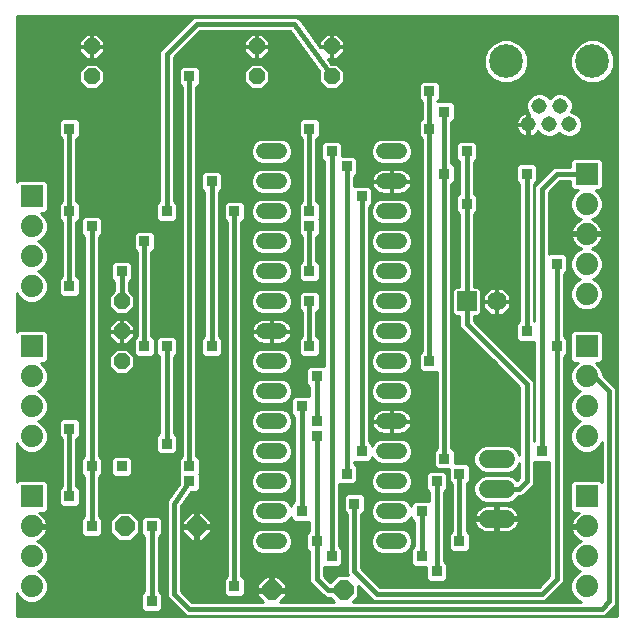
<source format=gbl>
G75*
%MOIN*%
%OFA0B0*%
%FSLAX24Y24*%
%IPPOS*%
%LPD*%
%AMOC8*
5,1,8,0,0,1.08239X$1,22.5*
%
%ADD10R,0.0740X0.0740*%
%ADD11C,0.0740*%
%ADD12C,0.0520*%
%ADD13C,0.0515*%
%ADD14C,0.1122*%
%ADD15C,0.0600*%
%ADD16OC8,0.0520*%
%ADD17OC8,0.0520*%
%ADD18OC8,0.0650*%
%ADD19R,0.0650X0.0650*%
%ADD20C,0.0650*%
%ADD21R,0.0356X0.0356*%
%ADD22C,0.0150*%
%ADD23C,0.0160*%
%ADD24C,0.0100*%
D10*
X000650Y004150D03*
X000650Y009150D03*
X000650Y014150D03*
X019150Y014900D03*
X019150Y009150D03*
X019150Y004150D03*
D11*
X019150Y003150D03*
X019150Y002150D03*
X019150Y001150D03*
X019150Y006150D03*
X019150Y007150D03*
X019150Y008150D03*
X019150Y010900D03*
X019150Y011900D03*
X019150Y012900D03*
X019150Y013900D03*
X000650Y013150D03*
X000650Y012150D03*
X000650Y011150D03*
X000650Y008150D03*
X000650Y007150D03*
X000650Y006150D03*
X000650Y003150D03*
X000650Y002150D03*
X000650Y001150D03*
D12*
X008390Y002650D02*
X008910Y002650D01*
X008910Y003650D02*
X008390Y003650D01*
X008390Y004650D02*
X008910Y004650D01*
X008910Y005650D02*
X008390Y005650D01*
X008390Y006650D02*
X008910Y006650D01*
X008910Y007650D02*
X008390Y007650D01*
X008390Y008650D02*
X008910Y008650D01*
X008910Y009650D02*
X008390Y009650D01*
X008390Y010650D02*
X008910Y010650D01*
X008910Y011650D02*
X008390Y011650D01*
X008390Y012650D02*
X008910Y012650D01*
X008910Y013650D02*
X008390Y013650D01*
X008390Y014650D02*
X008910Y014650D01*
X008910Y015650D02*
X008390Y015650D01*
X012390Y015650D02*
X012910Y015650D01*
X012910Y014650D02*
X012390Y014650D01*
X012390Y013650D02*
X012910Y013650D01*
X012910Y012650D02*
X012390Y012650D01*
X012390Y011650D02*
X012910Y011650D01*
X012910Y010650D02*
X012390Y010650D01*
X012390Y009650D02*
X012910Y009650D01*
X012910Y008650D02*
X012390Y008650D01*
X012390Y007650D02*
X012910Y007650D01*
X012910Y006650D02*
X012390Y006650D01*
X012390Y005650D02*
X012910Y005650D01*
X012910Y004650D02*
X012390Y004650D01*
X012390Y003650D02*
X012910Y003650D01*
X012910Y002650D02*
X012390Y002650D01*
D13*
X017200Y016550D03*
X017570Y017170D03*
X018260Y017170D03*
X018570Y016550D03*
X017900Y016550D03*
D14*
X016463Y018650D03*
X019337Y018650D03*
D15*
X016450Y005400D02*
X015850Y005400D01*
X015850Y004400D02*
X016450Y004400D01*
X016450Y003400D02*
X015850Y003400D01*
D16*
X010650Y018150D03*
X010650Y019150D03*
X008150Y019150D03*
X008150Y018150D03*
X002650Y018150D03*
X002650Y019150D03*
D17*
X003650Y010650D03*
X003650Y009650D03*
X003650Y008650D03*
D18*
X003748Y003150D03*
X006150Y003150D03*
X008650Y001025D03*
X011052Y001025D03*
D19*
X015150Y010650D03*
D20*
X016150Y010650D03*
D21*
X017150Y009650D03*
X018150Y009150D03*
X018150Y011900D03*
X017150Y014900D03*
X015150Y015650D03*
X014400Y014900D03*
X015150Y013900D03*
X013900Y016400D03*
X014400Y016980D03*
X013900Y017650D03*
X011150Y015150D03*
X010650Y015650D03*
X009900Y016400D03*
X011650Y014150D03*
X009900Y013650D03*
X009900Y013150D03*
X009900Y011650D03*
X009900Y010650D03*
X009900Y009150D03*
X010150Y008150D03*
X009650Y007150D03*
X010150Y006650D03*
X010150Y006150D03*
X011150Y004900D03*
X011650Y005650D03*
X011400Y003900D03*
X010150Y002650D03*
X010650Y002150D03*
X009650Y003650D03*
X007400Y001150D03*
X004650Y000650D03*
X004650Y003150D03*
X005900Y004650D03*
X005900Y005150D03*
X005150Y005900D03*
X003650Y005150D03*
X002650Y005150D03*
X001900Y004150D03*
X002650Y003150D03*
X001900Y006400D03*
X004400Y009150D03*
X005150Y009150D03*
X006650Y009150D03*
X005150Y011150D03*
X003650Y011650D03*
X004400Y012650D03*
X005150Y013650D03*
X006650Y014650D03*
X007400Y013650D03*
X006400Y016900D03*
X005900Y018150D03*
X001900Y016400D03*
X001900Y013650D03*
X002650Y013150D03*
X001900Y011150D03*
X013650Y003650D03*
X014150Y004650D03*
X014400Y005400D03*
X014900Y004900D03*
X014900Y002650D03*
X014150Y001650D03*
X013650Y002150D03*
X017650Y005650D03*
X015400Y007650D03*
X013900Y008650D03*
D22*
X015400Y007650D02*
X015650Y007650D01*
X016150Y008900D02*
X017150Y007900D01*
X017150Y004650D01*
X016900Y004400D01*
X016150Y004400D01*
X014400Y005400D02*
X014400Y014900D01*
X014400Y016980D01*
X011650Y014150D02*
X011650Y005650D01*
X011150Y004900D02*
X011150Y015150D01*
X010650Y015650D02*
X010650Y002150D01*
X010150Y002650D02*
X010150Y001400D01*
X010525Y001025D01*
X011052Y001025D01*
X011400Y001650D02*
X011400Y003900D01*
X010150Y002650D02*
X010150Y006150D01*
X010150Y006650D02*
X010150Y008150D01*
X009900Y009150D02*
X009900Y010650D01*
X009900Y011650D02*
X009900Y013150D01*
X009900Y013650D02*
X009900Y016400D01*
X010650Y018150D02*
X009400Y019900D01*
X006150Y019900D01*
X005150Y018900D01*
X005150Y013650D01*
X004400Y012650D02*
X004400Y009150D01*
X005150Y009150D02*
X005150Y005900D01*
X005900Y005150D02*
X005900Y018150D01*
X006400Y017150D02*
X006400Y016900D01*
X006650Y014650D02*
X006650Y009150D01*
X005150Y011150D02*
X004900Y011400D01*
X003650Y011650D02*
X003650Y010650D01*
X001900Y011150D02*
X001900Y013400D01*
X001900Y013650D01*
X001900Y016400D01*
X002650Y013150D02*
X002650Y005150D01*
X002650Y003150D01*
X001900Y004150D02*
X001900Y006400D01*
X004650Y003150D02*
X004650Y000650D01*
X005400Y000900D02*
X005400Y003900D01*
X005900Y004650D01*
X007400Y001150D02*
X007400Y013650D01*
X014150Y004650D02*
X014150Y001650D01*
X013650Y002150D02*
X013650Y003650D01*
X011400Y001650D02*
X012150Y000900D01*
X017650Y000900D01*
X018150Y001400D01*
X018150Y009150D01*
X019150Y008150D02*
X019400Y008150D01*
X019900Y007650D01*
X019900Y000650D01*
X019650Y000400D01*
X005900Y000400D01*
X005400Y000900D01*
X017650Y013900D02*
X017650Y014400D01*
X018150Y014900D01*
X019150Y014900D01*
D23*
X017650Y013900D02*
X017650Y005650D01*
X014900Y004900D02*
X014900Y002650D01*
X009650Y003650D02*
X009650Y007150D01*
X013900Y008650D02*
X013900Y016400D01*
X013900Y017650D01*
X015150Y015650D02*
X015150Y013900D01*
X015150Y010650D01*
X015150Y009900D01*
X016150Y008900D01*
X017150Y009650D02*
X017150Y014900D01*
X018150Y011900D02*
X018150Y009150D01*
D24*
X020150Y000150D02*
X000150Y000150D01*
X000150Y000946D01*
X000192Y000844D01*
X000344Y000692D01*
X000543Y000610D01*
X000757Y000610D01*
X000956Y000692D01*
X001108Y000844D01*
X001190Y001043D01*
X001190Y001257D01*
X001108Y001456D01*
X000956Y001608D01*
X000854Y001650D01*
X000956Y001692D01*
X001108Y001844D01*
X001190Y002043D01*
X001190Y002257D01*
X001108Y002456D01*
X000956Y002608D01*
X000828Y002661D01*
X000850Y002668D01*
X000923Y002705D01*
X000989Y002753D01*
X001047Y002811D01*
X001095Y002877D01*
X001132Y002950D01*
X001157Y003028D01*
X001169Y003100D01*
X000700Y003100D01*
X000700Y003200D01*
X001169Y003200D01*
X001157Y003272D01*
X001132Y003350D01*
X001095Y003423D01*
X001047Y003489D01*
X000989Y003547D01*
X000923Y003595D01*
X000893Y003610D01*
X001090Y003610D01*
X001190Y003710D01*
X001190Y004590D01*
X001090Y004690D01*
X000210Y004690D01*
X000150Y004630D01*
X000150Y005946D01*
X000192Y005844D01*
X000344Y005692D01*
X000543Y005610D01*
X000757Y005610D01*
X000956Y005692D01*
X001108Y005844D01*
X001190Y006043D01*
X001190Y006257D01*
X001552Y006257D01*
X001552Y006159D02*
X001190Y006159D01*
X001190Y006257D02*
X001108Y006456D01*
X000956Y006608D01*
X000854Y006650D01*
X000956Y006692D01*
X001108Y006844D01*
X001190Y007043D01*
X001190Y007257D01*
X001108Y007456D01*
X000956Y007608D01*
X000854Y007650D01*
X000956Y007692D01*
X001108Y007844D01*
X001190Y008043D01*
X001190Y008257D01*
X001108Y008456D01*
X000956Y008608D01*
X000951Y008610D01*
X001090Y008610D01*
X001190Y008710D01*
X001190Y009590D01*
X001090Y009690D01*
X000210Y009690D01*
X000150Y009630D01*
X000150Y010946D01*
X000192Y010844D01*
X000344Y010692D01*
X000543Y010610D01*
X000757Y010610D01*
X000956Y010692D01*
X001108Y010844D01*
X001190Y011043D01*
X001190Y011257D01*
X001108Y011456D01*
X000956Y011608D01*
X000854Y011650D01*
X000956Y011692D01*
X001108Y011844D01*
X001190Y012043D01*
X001190Y012257D01*
X001108Y012456D01*
X000956Y012608D01*
X000854Y012650D01*
X000956Y012692D01*
X001108Y012844D01*
X001190Y013043D01*
X001190Y013257D01*
X001108Y013456D01*
X000956Y013608D01*
X000951Y013610D01*
X001090Y013610D01*
X001190Y013710D01*
X001190Y014590D01*
X001090Y014690D01*
X000210Y014690D01*
X000150Y014630D01*
X000150Y020150D01*
X020150Y020150D01*
X020150Y000150D01*
X000150Y000150D01*
X000150Y000249D02*
X005705Y000249D01*
X005761Y000192D02*
X005851Y000155D01*
X019699Y000155D01*
X019789Y000192D01*
X019858Y000261D01*
X020108Y000511D01*
X020145Y000601D01*
X020145Y007699D01*
X020108Y007789D01*
X020039Y007858D01*
X019690Y008206D01*
X019690Y008257D01*
X019608Y008456D01*
X019456Y008608D01*
X019451Y008610D01*
X019590Y008610D01*
X019690Y008710D01*
X019690Y009590D01*
X019590Y009690D01*
X018710Y009690D01*
X018610Y009590D01*
X018610Y008710D01*
X018710Y008610D01*
X018849Y008610D01*
X018844Y008608D01*
X018692Y008456D01*
X018610Y008257D01*
X018610Y008043D01*
X018692Y007844D01*
X018844Y007692D01*
X018946Y007650D01*
X018844Y007608D01*
X018692Y007456D01*
X018610Y007257D01*
X018610Y007043D01*
X018692Y006844D01*
X018844Y006692D01*
X018946Y006650D01*
X018844Y006608D01*
X018692Y006456D01*
X018610Y006257D01*
X018395Y006257D01*
X018395Y006159D02*
X018610Y006159D01*
X018610Y006257D02*
X018610Y006043D01*
X018692Y005844D01*
X018844Y005692D01*
X019043Y005610D01*
X019257Y005610D01*
X019456Y005692D01*
X019608Y005844D01*
X019655Y005958D01*
X019655Y004625D01*
X019590Y004690D01*
X018710Y004690D01*
X018610Y004590D01*
X018610Y003710D01*
X018710Y003610D01*
X018907Y003610D01*
X018877Y003595D01*
X018811Y003547D01*
X018753Y003489D01*
X018705Y003423D01*
X018668Y003350D01*
X018643Y003272D01*
X018631Y003200D01*
X019100Y003200D01*
X019100Y003100D01*
X018631Y003100D01*
X018643Y003028D01*
X018668Y002950D01*
X018705Y002877D01*
X018753Y002811D01*
X018811Y002753D01*
X018877Y002705D01*
X018950Y002668D01*
X018972Y002661D01*
X018844Y002608D01*
X018692Y002456D01*
X018610Y002257D01*
X018610Y002043D01*
X018692Y001844D01*
X018844Y001692D01*
X018946Y001650D01*
X018844Y001608D01*
X018692Y001456D01*
X018610Y001257D01*
X018610Y001043D01*
X018692Y000844D01*
X018844Y000692D01*
X018958Y000645D01*
X011371Y000645D01*
X011546Y000820D01*
X011546Y001157D01*
X012011Y000692D01*
X012101Y000655D01*
X017699Y000655D01*
X017789Y000692D01*
X017858Y000761D01*
X018358Y001261D01*
X018395Y001351D01*
X018395Y008802D01*
X018399Y008802D01*
X018498Y008901D01*
X018498Y009399D01*
X018400Y009497D01*
X018400Y011553D01*
X018498Y011651D01*
X018498Y012149D01*
X018399Y012248D01*
X017901Y012248D01*
X017900Y012247D01*
X017900Y013950D01*
X017895Y013962D01*
X017895Y014299D01*
X018251Y014655D01*
X018610Y014655D01*
X018610Y014460D01*
X018710Y014360D01*
X018849Y014360D01*
X018844Y014358D01*
X018692Y014206D01*
X018610Y014007D01*
X018610Y013793D01*
X018692Y013594D01*
X018844Y013442D01*
X018972Y013389D01*
X018950Y013382D01*
X018877Y013345D01*
X018811Y013297D01*
X018753Y013239D01*
X018705Y013173D01*
X018668Y013100D01*
X018643Y013022D01*
X018631Y012950D01*
X019100Y012950D01*
X019100Y012850D01*
X018631Y012850D01*
X018643Y012778D01*
X018668Y012700D01*
X018705Y012627D01*
X018753Y012561D01*
X018811Y012503D01*
X018877Y012455D01*
X018950Y012418D01*
X018972Y012411D01*
X018844Y012358D01*
X018692Y012206D01*
X018610Y012007D01*
X018610Y011793D01*
X018692Y011594D01*
X018844Y011442D01*
X018946Y011400D01*
X018844Y011358D01*
X018692Y011206D01*
X018610Y011007D01*
X018610Y010793D01*
X018692Y010594D01*
X018844Y010442D01*
X019043Y010360D01*
X019257Y010360D01*
X019456Y010442D01*
X019608Y010594D01*
X019690Y010793D01*
X019690Y011007D01*
X019608Y011206D01*
X019456Y011358D01*
X019354Y011400D01*
X019456Y011442D01*
X019608Y011594D01*
X019690Y011793D01*
X019690Y012007D01*
X019608Y012206D01*
X019456Y012358D01*
X019328Y012411D01*
X019350Y012418D01*
X019423Y012455D01*
X019489Y012503D01*
X019547Y012561D01*
X019595Y012627D01*
X019632Y012700D01*
X019657Y012778D01*
X019669Y012850D01*
X019200Y012850D01*
X019200Y012950D01*
X019669Y012950D01*
X019657Y013022D01*
X019632Y013100D01*
X019595Y013173D01*
X019547Y013239D01*
X019489Y013297D01*
X019423Y013345D01*
X019350Y013382D01*
X019328Y013389D01*
X019456Y013442D01*
X019608Y013594D01*
X019690Y013793D01*
X019690Y014007D01*
X019608Y014206D01*
X019456Y014358D01*
X019451Y014360D01*
X019590Y014360D01*
X019690Y014460D01*
X019690Y015340D01*
X019590Y015440D01*
X018710Y015440D01*
X018610Y015340D01*
X018610Y015145D01*
X018101Y015145D01*
X018011Y015108D01*
X017942Y015039D01*
X017442Y014539D01*
X017405Y014449D01*
X017405Y013962D01*
X017400Y013950D01*
X017400Y009997D01*
X017400Y014553D01*
X017498Y014651D01*
X017498Y015149D01*
X017399Y015248D01*
X016901Y015248D01*
X016802Y015149D01*
X016802Y014651D01*
X016900Y014553D01*
X016900Y009997D01*
X016802Y009899D01*
X016802Y009401D01*
X016901Y009302D01*
X017399Y009302D01*
X017400Y009303D01*
X017400Y005997D01*
X017395Y005992D01*
X017395Y007949D01*
X017358Y008039D01*
X016367Y009030D01*
X016362Y009042D01*
X015400Y010004D01*
X015400Y010155D01*
X015545Y010155D01*
X015645Y010255D01*
X015645Y011045D01*
X015545Y011145D01*
X015400Y011145D01*
X015400Y013553D01*
X015498Y013651D01*
X015498Y014149D01*
X015400Y014247D01*
X015400Y015303D01*
X015498Y015401D01*
X015498Y015899D01*
X015399Y015998D01*
X014901Y015998D01*
X014802Y015899D01*
X014802Y015401D01*
X014900Y015303D01*
X014900Y014247D01*
X014802Y014149D01*
X014802Y013651D01*
X014900Y013553D01*
X014900Y011145D01*
X014755Y011145D01*
X014655Y011045D01*
X014655Y010255D01*
X014755Y010155D01*
X014900Y010155D01*
X014900Y009850D01*
X014938Y009758D01*
X015008Y009688D01*
X016008Y008688D01*
X016020Y008683D01*
X016905Y007799D01*
X016905Y005530D01*
X016848Y005666D01*
X016716Y005798D01*
X016543Y005870D01*
X015757Y005870D01*
X015584Y005798D01*
X015452Y005666D01*
X015380Y005493D01*
X015380Y005307D01*
X015452Y005134D01*
X015584Y005002D01*
X015757Y004930D01*
X016543Y004930D01*
X016716Y005002D01*
X016848Y005134D01*
X016905Y005270D01*
X016905Y004751D01*
X016834Y004681D01*
X016835Y004681D01*
X016834Y004681D02*
X016716Y004798D01*
X016543Y004870D01*
X015757Y004870D01*
X015584Y004798D01*
X015452Y004666D01*
X015380Y004493D01*
X015380Y004307D01*
X015452Y004134D01*
X015584Y004002D01*
X015757Y003930D01*
X016543Y003930D01*
X016716Y004002D01*
X016848Y004134D01*
X016857Y004155D01*
X016949Y004155D01*
X017039Y004192D01*
X017289Y004442D01*
X017358Y004511D01*
X017395Y004601D01*
X017395Y005308D01*
X017401Y005302D01*
X017899Y005302D01*
X017905Y005308D01*
X017905Y001501D01*
X017549Y001145D01*
X012251Y001145D01*
X011645Y001751D01*
X011645Y003552D01*
X011649Y003552D01*
X011748Y003651D01*
X011748Y004149D01*
X011649Y004248D01*
X011151Y004248D01*
X011052Y004149D01*
X011052Y003651D01*
X011151Y003552D01*
X011155Y003552D01*
X011155Y001601D01*
X011189Y001520D01*
X010847Y001520D01*
X010612Y001285D01*
X010395Y001501D01*
X010395Y001808D01*
X010401Y001802D01*
X010899Y001802D01*
X010998Y001901D01*
X010998Y002399D01*
X010899Y002498D01*
X010895Y002498D01*
X010895Y004558D01*
X010901Y004552D01*
X011399Y004552D01*
X011498Y004651D01*
X011498Y005149D01*
X011399Y005248D01*
X011395Y005248D01*
X011395Y005308D01*
X011401Y005302D01*
X011899Y005302D01*
X011998Y005401D01*
X011998Y005472D01*
X012025Y005406D01*
X012146Y005285D01*
X012304Y005220D01*
X012996Y005220D01*
X013154Y005285D01*
X013275Y005406D01*
X013340Y005564D01*
X013340Y005736D01*
X013275Y005894D01*
X013154Y006015D01*
X012996Y006080D01*
X012304Y006080D01*
X012146Y006015D01*
X012025Y005894D01*
X011998Y005828D01*
X011998Y005899D01*
X011899Y005998D01*
X011895Y005998D01*
X011895Y013802D01*
X011899Y013802D01*
X011998Y013901D01*
X011998Y014399D01*
X011899Y014498D01*
X011401Y014498D01*
X011395Y014492D01*
X011395Y014802D01*
X011399Y014802D01*
X011498Y014901D01*
X011498Y015399D01*
X011399Y015498D01*
X010998Y015498D01*
X010998Y015899D01*
X010899Y015998D01*
X010401Y015998D01*
X010302Y015899D01*
X010302Y015401D01*
X010401Y015302D01*
X010405Y015302D01*
X010405Y008492D01*
X010399Y008498D01*
X009901Y008498D01*
X009802Y008399D01*
X009802Y007901D01*
X009901Y007802D01*
X009905Y007802D01*
X009905Y007492D01*
X009899Y007498D01*
X009401Y007498D01*
X009302Y007399D01*
X009302Y006901D01*
X009400Y006803D01*
X009400Y003997D01*
X009302Y003899D01*
X009302Y003828D01*
X009275Y003894D01*
X009154Y004015D01*
X008996Y004080D01*
X008304Y004080D01*
X008146Y004015D01*
X008025Y003894D01*
X007960Y003736D01*
X007960Y003564D01*
X008025Y003406D01*
X008146Y003285D01*
X008304Y003220D01*
X008996Y003220D01*
X009154Y003285D01*
X009275Y003406D01*
X009302Y003472D01*
X009302Y003401D01*
X009401Y003302D01*
X009170Y003302D01*
X009269Y003401D02*
X009303Y003401D01*
X009401Y003302D02*
X009899Y003302D01*
X009905Y003302D01*
X009905Y003308D02*
X009905Y002998D01*
X009901Y002998D01*
X009802Y002899D01*
X009802Y002401D01*
X009901Y002302D01*
X009905Y002302D01*
X009905Y001351D01*
X009942Y001261D01*
X010011Y001192D01*
X010011Y001192D01*
X010386Y000817D01*
X010476Y000780D01*
X010597Y000780D01*
X010732Y000645D01*
X008941Y000645D01*
X009125Y000828D01*
X009125Y000975D01*
X008700Y000975D01*
X008700Y001075D01*
X008600Y001075D01*
X008600Y001500D01*
X008453Y001500D01*
X008175Y001222D01*
X008175Y001075D01*
X008600Y001075D01*
X008600Y000975D01*
X008175Y000975D01*
X008175Y000828D01*
X008359Y000645D01*
X006001Y000645D01*
X005645Y001001D01*
X005645Y003826D01*
X005962Y004302D01*
X006149Y004302D01*
X006248Y004401D01*
X006248Y004899D01*
X006247Y004900D01*
X006248Y004901D01*
X006248Y005399D01*
X006149Y005498D01*
X006145Y005498D01*
X006145Y017802D01*
X006149Y017802D01*
X006248Y017901D01*
X006248Y018399D01*
X006149Y018498D01*
X005651Y018498D01*
X005552Y018399D01*
X005552Y017901D01*
X005651Y017802D01*
X005655Y017802D01*
X005655Y005498D01*
X005651Y005498D01*
X005552Y005399D01*
X005552Y004901D01*
X005553Y004900D01*
X005552Y004899D01*
X005552Y004570D01*
X005210Y004056D01*
X005192Y004039D01*
X005183Y004016D01*
X005169Y003995D01*
X005164Y003971D01*
X005155Y003949D01*
X005155Y003924D01*
X005150Y003900D01*
X005155Y003876D01*
X005155Y000851D01*
X005192Y000761D01*
X005261Y000692D01*
X005761Y000192D01*
X005607Y000347D02*
X004944Y000347D01*
X004899Y000302D02*
X004998Y000401D01*
X004998Y000899D01*
X004899Y000998D01*
X004895Y000998D01*
X004895Y002802D01*
X004899Y002802D01*
X004998Y002901D01*
X004998Y003399D01*
X004899Y003498D01*
X004401Y003498D01*
X004302Y003399D01*
X004302Y002901D01*
X004401Y002802D01*
X004405Y002802D01*
X004405Y000998D01*
X004401Y000998D01*
X004302Y000899D01*
X004302Y000401D01*
X004401Y000302D01*
X004899Y000302D01*
X004998Y000446D02*
X005508Y000446D01*
X005410Y000544D02*
X004998Y000544D01*
X004998Y000643D02*
X005311Y000643D01*
X005213Y000741D02*
X004998Y000741D01*
X004998Y000840D02*
X005160Y000840D01*
X005155Y000938D02*
X004959Y000938D01*
X004895Y001037D02*
X005155Y001037D01*
X005155Y001135D02*
X004895Y001135D01*
X004895Y001234D02*
X005155Y001234D01*
X005155Y001332D02*
X004895Y001332D01*
X004895Y001431D02*
X005155Y001431D01*
X005155Y001529D02*
X004895Y001529D01*
X004895Y001628D02*
X005155Y001628D01*
X005155Y001726D02*
X004895Y001726D01*
X004895Y001825D02*
X005155Y001825D01*
X005155Y001923D02*
X004895Y001923D01*
X004895Y002022D02*
X005155Y002022D01*
X005155Y002120D02*
X004895Y002120D01*
X004895Y002219D02*
X005155Y002219D01*
X005155Y002317D02*
X004895Y002317D01*
X004895Y002416D02*
X005155Y002416D01*
X005155Y002514D02*
X004895Y002514D01*
X004895Y002613D02*
X005155Y002613D01*
X005155Y002711D02*
X004895Y002711D01*
X004906Y002810D02*
X005155Y002810D01*
X005155Y002908D02*
X004998Y002908D01*
X004998Y003007D02*
X005155Y003007D01*
X005155Y003105D02*
X004998Y003105D01*
X004998Y003204D02*
X005155Y003204D01*
X005155Y003302D02*
X004998Y003302D01*
X004996Y003401D02*
X005155Y003401D01*
X005155Y003499D02*
X004099Y003499D01*
X004001Y003598D02*
X005155Y003598D01*
X005155Y003696D02*
X002895Y003696D01*
X002895Y003598D02*
X003496Y003598D01*
X003543Y003645D02*
X003254Y003355D01*
X003254Y002945D01*
X003543Y002655D01*
X003953Y002655D01*
X004243Y002945D01*
X004243Y003355D01*
X003953Y003645D01*
X003543Y003645D01*
X003398Y003499D02*
X002895Y003499D01*
X002895Y003498D02*
X002895Y004802D01*
X002899Y004802D01*
X002998Y004901D01*
X002998Y005399D01*
X002899Y005498D01*
X002895Y005498D01*
X002895Y012802D01*
X002899Y012802D01*
X002998Y012901D01*
X002998Y013399D01*
X002899Y013498D01*
X002401Y013498D01*
X002302Y013399D01*
X002302Y012901D01*
X002401Y012802D01*
X002405Y012802D01*
X002405Y005498D01*
X002401Y005498D01*
X002302Y005399D01*
X002302Y004901D01*
X002401Y004802D01*
X002405Y004802D01*
X002405Y003498D01*
X002401Y003498D01*
X002302Y003399D01*
X002302Y002901D01*
X002401Y002802D01*
X002899Y002802D01*
X002998Y002901D01*
X002998Y003399D01*
X002899Y003498D01*
X002895Y003498D01*
X002996Y003401D02*
X003299Y003401D01*
X003254Y003302D02*
X002998Y003302D01*
X002998Y003204D02*
X003254Y003204D01*
X003254Y003105D02*
X002998Y003105D01*
X002998Y003007D02*
X003254Y003007D01*
X003291Y002908D02*
X002998Y002908D01*
X002906Y002810D02*
X003389Y002810D01*
X003488Y002711D02*
X000930Y002711D01*
X000944Y002613D02*
X004405Y002613D01*
X004405Y002711D02*
X004009Y002711D01*
X004108Y002810D02*
X004394Y002810D01*
X004302Y002908D02*
X004206Y002908D01*
X004243Y003007D02*
X004302Y003007D01*
X004302Y003105D02*
X004243Y003105D01*
X004243Y003204D02*
X004302Y003204D01*
X004302Y003302D02*
X004243Y003302D01*
X004198Y003401D02*
X004304Y003401D01*
X004405Y002514D02*
X001050Y002514D01*
X001125Y002416D02*
X004405Y002416D01*
X004405Y002317D02*
X001165Y002317D01*
X001190Y002219D02*
X004405Y002219D01*
X004405Y002120D02*
X001190Y002120D01*
X001181Y002022D02*
X004405Y002022D01*
X004405Y001923D02*
X001140Y001923D01*
X001088Y001825D02*
X004405Y001825D01*
X004405Y001726D02*
X000990Y001726D01*
X000908Y001628D02*
X004405Y001628D01*
X004405Y001529D02*
X001035Y001529D01*
X001118Y001431D02*
X004405Y001431D01*
X004405Y001332D02*
X001159Y001332D01*
X001190Y001234D02*
X004405Y001234D01*
X004405Y001135D02*
X001190Y001135D01*
X001187Y001037D02*
X004405Y001037D01*
X004341Y000938D02*
X001147Y000938D01*
X001103Y000840D02*
X004302Y000840D01*
X004302Y000741D02*
X001005Y000741D01*
X000836Y000643D02*
X004302Y000643D01*
X004302Y000544D02*
X000150Y000544D01*
X000150Y000446D02*
X004302Y000446D01*
X004356Y000347D02*
X000150Y000347D01*
X000150Y000643D02*
X000464Y000643D01*
X000295Y000741D02*
X000150Y000741D01*
X000150Y000840D02*
X000197Y000840D01*
X000153Y000938D02*
X000150Y000938D01*
X001045Y002810D02*
X002394Y002810D01*
X002302Y002908D02*
X001110Y002908D01*
X001150Y003007D02*
X002302Y003007D01*
X002302Y003105D02*
X000700Y003105D01*
X001168Y003204D02*
X002302Y003204D01*
X002302Y003302D02*
X001147Y003302D01*
X001106Y003401D02*
X002304Y003401D01*
X002405Y003499D02*
X001036Y003499D01*
X000917Y003598D02*
X002405Y003598D01*
X002405Y003696D02*
X001176Y003696D01*
X001190Y003795D02*
X002405Y003795D01*
X002405Y003893D02*
X002240Y003893D01*
X002248Y003901D02*
X002149Y003802D01*
X001651Y003802D01*
X001552Y003901D01*
X001552Y004399D01*
X001651Y004498D01*
X001655Y004498D01*
X001655Y006052D01*
X001651Y006052D01*
X001552Y006151D01*
X001552Y006649D01*
X001651Y006748D01*
X002149Y006748D01*
X002248Y006649D01*
X002248Y006151D01*
X002149Y006052D01*
X002145Y006052D01*
X002145Y004498D01*
X002149Y004498D01*
X002248Y004399D01*
X002248Y003901D01*
X002248Y003992D02*
X002405Y003992D01*
X002405Y004090D02*
X002248Y004090D01*
X002248Y004189D02*
X002405Y004189D01*
X002405Y004287D02*
X002248Y004287D01*
X002248Y004386D02*
X002405Y004386D01*
X002405Y004484D02*
X002163Y004484D01*
X002145Y004583D02*
X002405Y004583D01*
X002405Y004681D02*
X002145Y004681D01*
X002145Y004780D02*
X002405Y004780D01*
X002325Y004878D02*
X002145Y004878D01*
X002145Y004977D02*
X002302Y004977D01*
X002302Y005075D02*
X002145Y005075D01*
X002145Y005174D02*
X002302Y005174D01*
X002302Y005272D02*
X002145Y005272D01*
X002145Y005371D02*
X002302Y005371D01*
X002372Y005469D02*
X002145Y005469D01*
X002145Y005568D02*
X002405Y005568D01*
X002405Y005666D02*
X002145Y005666D01*
X002145Y005765D02*
X002405Y005765D01*
X002405Y005863D02*
X002145Y005863D01*
X002145Y005962D02*
X002405Y005962D01*
X002405Y006060D02*
X002157Y006060D01*
X002248Y006159D02*
X002405Y006159D01*
X002405Y006257D02*
X002248Y006257D01*
X002248Y006356D02*
X002405Y006356D01*
X002405Y006454D02*
X002248Y006454D01*
X002248Y006553D02*
X002405Y006553D01*
X002405Y006651D02*
X002246Y006651D01*
X002405Y006750D02*
X001013Y006750D01*
X001109Y006848D02*
X002405Y006848D01*
X002405Y006947D02*
X001150Y006947D01*
X001190Y007045D02*
X002405Y007045D01*
X002405Y007144D02*
X001190Y007144D01*
X001190Y007242D02*
X002405Y007242D01*
X002405Y007341D02*
X001156Y007341D01*
X001115Y007439D02*
X002405Y007439D01*
X002405Y007538D02*
X001026Y007538D01*
X000888Y007636D02*
X002405Y007636D01*
X002405Y007735D02*
X000998Y007735D01*
X001097Y007833D02*
X002405Y007833D01*
X002405Y007932D02*
X001144Y007932D01*
X001185Y008030D02*
X002405Y008030D01*
X002405Y008129D02*
X001190Y008129D01*
X001190Y008227D02*
X002405Y008227D01*
X002405Y008326D02*
X001162Y008326D01*
X001121Y008424D02*
X002405Y008424D01*
X002405Y008523D02*
X001041Y008523D01*
X001101Y008621D02*
X002405Y008621D01*
X002405Y008720D02*
X001190Y008720D01*
X001190Y008818D02*
X002405Y008818D01*
X002405Y008917D02*
X001190Y008917D01*
X001190Y009015D02*
X002405Y009015D01*
X002405Y009114D02*
X001190Y009114D01*
X001190Y009212D02*
X002405Y009212D01*
X002405Y009311D02*
X001190Y009311D01*
X001190Y009409D02*
X002405Y009409D01*
X002405Y009508D02*
X001190Y009508D01*
X001174Y009606D02*
X002405Y009606D01*
X002405Y009705D02*
X000150Y009705D01*
X000150Y009803D02*
X002405Y009803D01*
X002405Y009902D02*
X000150Y009902D01*
X000150Y010000D02*
X002405Y010000D01*
X002405Y010099D02*
X000150Y010099D01*
X000150Y010197D02*
X002405Y010197D01*
X002405Y010296D02*
X000150Y010296D01*
X000150Y010394D02*
X002405Y010394D01*
X002405Y010493D02*
X000150Y010493D01*
X000150Y010591D02*
X002405Y010591D01*
X002405Y010690D02*
X000949Y010690D01*
X001052Y010788D02*
X002405Y010788D01*
X002405Y010887D02*
X002233Y010887D01*
X002248Y010901D02*
X002149Y010802D01*
X001651Y010802D01*
X001552Y010901D01*
X001552Y011399D01*
X001651Y011498D01*
X001655Y011498D01*
X001655Y013302D01*
X001651Y013302D01*
X001552Y013401D01*
X001552Y013899D01*
X001651Y013998D01*
X001655Y013998D01*
X001655Y016052D01*
X001651Y016052D01*
X001552Y016151D01*
X001552Y016649D01*
X001651Y016748D01*
X002149Y016748D01*
X002248Y016649D01*
X002248Y016151D01*
X002149Y016052D01*
X002145Y016052D01*
X002145Y013998D01*
X002149Y013998D01*
X002248Y013899D01*
X002248Y013401D01*
X002149Y013302D01*
X002145Y013302D01*
X002145Y011498D01*
X002149Y011498D01*
X002248Y011399D01*
X002248Y010901D01*
X002248Y010985D02*
X002405Y010985D01*
X002405Y011084D02*
X002248Y011084D01*
X002248Y011182D02*
X002405Y011182D01*
X002405Y011281D02*
X002248Y011281D01*
X002248Y011379D02*
X002405Y011379D01*
X002405Y011478D02*
X002169Y011478D01*
X002145Y011576D02*
X002405Y011576D01*
X002405Y011675D02*
X002145Y011675D01*
X002145Y011773D02*
X002405Y011773D01*
X002405Y011872D02*
X002145Y011872D01*
X002145Y011970D02*
X002405Y011970D01*
X002405Y012069D02*
X002145Y012069D01*
X002145Y012167D02*
X002405Y012167D01*
X002405Y012266D02*
X002145Y012266D01*
X002145Y012364D02*
X002405Y012364D01*
X002405Y012463D02*
X002145Y012463D01*
X002145Y012561D02*
X002405Y012561D01*
X002405Y012660D02*
X002145Y012660D01*
X002145Y012758D02*
X002405Y012758D01*
X002347Y012857D02*
X002145Y012857D01*
X002145Y012955D02*
X002302Y012955D01*
X002302Y013054D02*
X002145Y013054D01*
X002145Y013152D02*
X002302Y013152D01*
X002302Y013251D02*
X002145Y013251D01*
X002196Y013349D02*
X002302Y013349D01*
X002351Y013448D02*
X002248Y013448D01*
X002248Y013546D02*
X004802Y013546D01*
X004802Y013448D02*
X002949Y013448D01*
X002998Y013349D02*
X004854Y013349D01*
X004901Y013302D02*
X004802Y013401D01*
X004802Y013899D01*
X004901Y013998D01*
X004905Y013998D01*
X004905Y018949D01*
X004942Y019039D01*
X005942Y020039D01*
X006011Y020108D01*
X006101Y020145D01*
X009372Y020145D01*
X009392Y020150D01*
X009420Y020145D01*
X009449Y020145D01*
X009468Y020137D01*
X009488Y020134D01*
X009512Y020119D01*
X009539Y020108D01*
X009553Y020093D01*
X009571Y020082D01*
X009588Y020059D01*
X009608Y020039D01*
X009616Y020020D01*
X010258Y019120D01*
X010620Y019120D01*
X010620Y019180D01*
X010620Y019560D01*
X010480Y019560D01*
X010240Y019320D01*
X010240Y019180D01*
X010620Y019180D01*
X010680Y019180D01*
X010680Y019560D01*
X010820Y019560D01*
X011060Y019320D01*
X011060Y019180D01*
X010680Y019180D01*
X010680Y019120D01*
X011060Y019120D01*
X011060Y018980D01*
X010820Y018740D01*
X010680Y018740D01*
X010680Y019120D01*
X010620Y019120D01*
X010620Y018740D01*
X010530Y018740D01*
X010644Y018580D01*
X010828Y018580D01*
X011080Y018328D01*
X011080Y017972D01*
X010828Y017720D01*
X010472Y017720D01*
X010220Y017972D01*
X010220Y018328D01*
X010221Y018329D01*
X009274Y019655D01*
X006251Y019655D01*
X005395Y018799D01*
X005395Y013998D01*
X005399Y013998D01*
X005498Y013899D01*
X005498Y013401D01*
X005399Y013302D01*
X004901Y013302D01*
X004802Y013645D02*
X002248Y013645D01*
X002248Y013743D02*
X004802Y013743D01*
X004802Y013842D02*
X002248Y013842D01*
X002207Y013940D02*
X004843Y013940D01*
X004905Y014039D02*
X002145Y014039D01*
X002145Y014137D02*
X004905Y014137D01*
X004905Y014236D02*
X002145Y014236D01*
X002145Y014334D02*
X004905Y014334D01*
X004905Y014433D02*
X002145Y014433D01*
X002145Y014531D02*
X004905Y014531D01*
X004905Y014630D02*
X002145Y014630D01*
X002145Y014728D02*
X004905Y014728D01*
X004905Y014827D02*
X002145Y014827D01*
X002145Y014925D02*
X004905Y014925D01*
X004905Y015024D02*
X002145Y015024D01*
X002145Y015122D02*
X004905Y015122D01*
X004905Y015221D02*
X002145Y015221D01*
X002145Y015319D02*
X004905Y015319D01*
X004905Y015418D02*
X002145Y015418D01*
X002145Y015516D02*
X004905Y015516D01*
X004905Y015615D02*
X002145Y015615D01*
X002145Y015713D02*
X004905Y015713D01*
X004905Y015812D02*
X002145Y015812D01*
X002145Y015910D02*
X004905Y015910D01*
X004905Y016009D02*
X002145Y016009D01*
X002204Y016107D02*
X004905Y016107D01*
X004905Y016206D02*
X002248Y016206D01*
X002248Y016304D02*
X004905Y016304D01*
X004905Y016403D02*
X002248Y016403D01*
X002248Y016501D02*
X004905Y016501D01*
X004905Y016600D02*
X002248Y016600D01*
X002199Y016698D02*
X004905Y016698D01*
X004905Y016797D02*
X000150Y016797D01*
X000150Y016895D02*
X004905Y016895D01*
X004905Y016994D02*
X000150Y016994D01*
X000150Y017092D02*
X004905Y017092D01*
X004905Y017191D02*
X000150Y017191D01*
X000150Y017289D02*
X004905Y017289D01*
X004905Y017388D02*
X000150Y017388D01*
X000150Y017486D02*
X004905Y017486D01*
X004905Y017585D02*
X000150Y017585D01*
X000150Y017683D02*
X004905Y017683D01*
X004905Y017782D02*
X002890Y017782D01*
X002828Y017720D02*
X003080Y017972D01*
X003080Y018328D01*
X002828Y018580D01*
X002472Y018580D01*
X002220Y018328D01*
X002220Y017972D01*
X002472Y017720D01*
X002828Y017720D01*
X002988Y017880D02*
X004905Y017880D01*
X004905Y017979D02*
X003080Y017979D01*
X003080Y018077D02*
X004905Y018077D01*
X004905Y018176D02*
X003080Y018176D01*
X003080Y018274D02*
X004905Y018274D01*
X004905Y018373D02*
X003036Y018373D01*
X002937Y018471D02*
X004905Y018471D01*
X004905Y018570D02*
X002839Y018570D01*
X002820Y018740D02*
X003060Y018980D01*
X003060Y019120D01*
X002680Y019120D01*
X002680Y019180D01*
X002620Y019180D01*
X002620Y019560D01*
X002480Y019560D01*
X002240Y019320D01*
X002240Y019180D01*
X002620Y019180D01*
X002620Y019120D01*
X002240Y019120D01*
X002240Y018980D01*
X002480Y018740D01*
X002620Y018740D01*
X002620Y019120D01*
X002680Y019120D01*
X002680Y018740D01*
X002820Y018740D01*
X002846Y018767D02*
X004905Y018767D01*
X004905Y018865D02*
X002945Y018865D01*
X003043Y018964D02*
X004911Y018964D01*
X004966Y019062D02*
X003060Y019062D01*
X003060Y019180D02*
X003060Y019320D01*
X002820Y019560D01*
X002680Y019560D01*
X002680Y019180D01*
X003060Y019180D01*
X003060Y019259D02*
X005163Y019259D01*
X005261Y019358D02*
X003022Y019358D01*
X002924Y019456D02*
X005360Y019456D01*
X005458Y019555D02*
X002825Y019555D01*
X002680Y019555D02*
X002620Y019555D01*
X002620Y019456D02*
X002680Y019456D01*
X002680Y019358D02*
X002620Y019358D01*
X002620Y019259D02*
X002680Y019259D01*
X002680Y019161D02*
X005064Y019161D01*
X005462Y018865D02*
X007855Y018865D01*
X007757Y018964D02*
X005560Y018964D01*
X005659Y019062D02*
X007740Y019062D01*
X007740Y019120D02*
X007740Y018980D01*
X007980Y018740D01*
X008120Y018740D01*
X008120Y019120D01*
X007740Y019120D01*
X007740Y019180D02*
X008120Y019180D01*
X008120Y019560D01*
X007980Y019560D01*
X007740Y019320D01*
X007740Y019180D01*
X007740Y019259D02*
X005856Y019259D01*
X005954Y019358D02*
X007778Y019358D01*
X007876Y019456D02*
X006053Y019456D01*
X006151Y019555D02*
X007975Y019555D01*
X008120Y019555D02*
X008180Y019555D01*
X008180Y019560D02*
X008180Y019180D01*
X008120Y019180D01*
X008120Y019120D01*
X008180Y019120D01*
X008180Y019180D01*
X008560Y019180D01*
X008560Y019320D01*
X008320Y019560D01*
X008180Y019560D01*
X008180Y019456D02*
X008120Y019456D01*
X008120Y019358D02*
X008180Y019358D01*
X008180Y019259D02*
X008120Y019259D01*
X008120Y019161D02*
X005757Y019161D01*
X005557Y019653D02*
X000150Y019653D01*
X000150Y019555D02*
X002475Y019555D01*
X002376Y019456D02*
X000150Y019456D01*
X000150Y019358D02*
X002278Y019358D01*
X002240Y019259D02*
X000150Y019259D01*
X000150Y019161D02*
X002620Y019161D01*
X002620Y019062D02*
X002680Y019062D01*
X002680Y018964D02*
X002620Y018964D01*
X002620Y018865D02*
X002680Y018865D01*
X002680Y018767D02*
X002620Y018767D01*
X002454Y018767D02*
X000150Y018767D01*
X000150Y018865D02*
X002355Y018865D01*
X002257Y018964D02*
X000150Y018964D01*
X000150Y019062D02*
X002240Y019062D01*
X002461Y018570D02*
X000150Y018570D01*
X000150Y018668D02*
X004905Y018668D01*
X005395Y018668D02*
X009979Y018668D01*
X010049Y018570D02*
X008339Y018570D01*
X008328Y018580D02*
X008580Y018328D01*
X008580Y017972D01*
X008328Y017720D01*
X007972Y017720D01*
X007720Y017972D01*
X007720Y018328D01*
X007972Y018580D01*
X008328Y018580D01*
X008437Y018471D02*
X010120Y018471D01*
X010190Y018373D02*
X008536Y018373D01*
X008580Y018274D02*
X010220Y018274D01*
X010220Y018176D02*
X008580Y018176D01*
X008580Y018077D02*
X010220Y018077D01*
X010220Y017979D02*
X008580Y017979D01*
X008488Y017880D02*
X010312Y017880D01*
X010410Y017782D02*
X008390Y017782D01*
X007910Y017782D02*
X006145Y017782D01*
X006145Y017683D02*
X013552Y017683D01*
X013552Y017585D02*
X006145Y017585D01*
X006145Y017486D02*
X013552Y017486D01*
X013552Y017401D02*
X013650Y017303D01*
X013650Y016747D01*
X013552Y016649D01*
X013552Y016151D01*
X013650Y016053D01*
X013650Y008997D01*
X013552Y008899D01*
X013552Y008401D01*
X013651Y008302D01*
X014149Y008302D01*
X014155Y008308D01*
X014155Y005748D01*
X014151Y005748D01*
X014052Y005649D01*
X014052Y005151D01*
X014151Y005052D01*
X014552Y005052D01*
X014552Y004651D01*
X014650Y004553D01*
X014650Y002997D01*
X014552Y002899D01*
X014552Y002401D01*
X014651Y002302D01*
X015149Y002302D01*
X015248Y002401D01*
X015248Y002899D01*
X015150Y002997D01*
X015150Y004553D01*
X015248Y004651D01*
X015248Y005149D01*
X015149Y005248D01*
X014748Y005248D01*
X014748Y005649D01*
X014649Y005748D01*
X014645Y005748D01*
X014645Y014552D01*
X014649Y014552D01*
X014748Y014651D01*
X014748Y015149D01*
X014649Y015248D01*
X014645Y015248D01*
X014645Y016632D01*
X014649Y016632D01*
X014748Y016731D01*
X014748Y017229D01*
X014649Y017328D01*
X014175Y017328D01*
X014248Y017401D01*
X014248Y017899D01*
X014149Y017998D01*
X013651Y017998D01*
X013552Y017899D01*
X013552Y017401D01*
X013566Y017388D02*
X006145Y017388D01*
X006145Y017289D02*
X013650Y017289D01*
X013650Y017191D02*
X006145Y017191D01*
X006145Y017092D02*
X013650Y017092D01*
X013650Y016994D02*
X006145Y016994D01*
X006145Y016895D02*
X013650Y016895D01*
X013650Y016797D02*
X006145Y016797D01*
X006145Y016698D02*
X009601Y016698D01*
X009552Y016649D02*
X009552Y016151D01*
X009651Y016052D01*
X009655Y016052D01*
X009655Y013998D01*
X009651Y013998D01*
X009552Y013899D01*
X009552Y013401D01*
X009553Y013400D01*
X009552Y013399D01*
X009552Y012901D01*
X009651Y012802D01*
X009655Y012802D01*
X009655Y011998D01*
X009651Y011998D01*
X009552Y011899D01*
X009552Y011401D01*
X009651Y011302D01*
X010149Y011302D01*
X010248Y011401D01*
X010248Y011899D01*
X010149Y011998D01*
X010145Y011998D01*
X010145Y012802D01*
X010149Y012802D01*
X010248Y012901D01*
X010248Y013399D01*
X010247Y013400D01*
X010248Y013401D01*
X010248Y013899D01*
X010149Y013998D01*
X010145Y013998D01*
X010145Y016052D01*
X010149Y016052D01*
X010248Y016151D01*
X010248Y016649D01*
X010149Y016748D01*
X009651Y016748D01*
X009552Y016649D01*
X009552Y016600D02*
X006145Y016600D01*
X006145Y016501D02*
X009552Y016501D01*
X009552Y016403D02*
X006145Y016403D01*
X006145Y016304D02*
X009552Y016304D01*
X009552Y016206D02*
X006145Y016206D01*
X006145Y016107D02*
X009596Y016107D01*
X009655Y016009D02*
X009160Y016009D01*
X009154Y016015D02*
X008996Y016080D01*
X008304Y016080D01*
X008146Y016015D01*
X008025Y015894D01*
X007960Y015736D01*
X007960Y015564D01*
X008025Y015406D01*
X008146Y015285D01*
X008304Y015220D01*
X008996Y015220D01*
X009154Y015285D01*
X009275Y015406D01*
X009340Y015564D01*
X009340Y015736D01*
X009275Y015894D01*
X009154Y016015D01*
X009258Y015910D02*
X009655Y015910D01*
X009655Y015812D02*
X009309Y015812D01*
X009340Y015713D02*
X009655Y015713D01*
X009655Y015615D02*
X009340Y015615D01*
X009320Y015516D02*
X009655Y015516D01*
X009655Y015418D02*
X009279Y015418D01*
X009187Y015319D02*
X009655Y015319D01*
X009655Y015221D02*
X008997Y015221D01*
X008996Y015080D02*
X009154Y015015D01*
X009275Y014894D01*
X009340Y014736D01*
X009340Y014564D01*
X009275Y014406D01*
X009154Y014285D01*
X008996Y014220D01*
X008304Y014220D01*
X008146Y014285D01*
X008025Y014406D01*
X007960Y014564D01*
X007960Y014736D01*
X008025Y014894D01*
X008146Y015015D01*
X008304Y015080D01*
X008996Y015080D01*
X009132Y015024D02*
X009655Y015024D01*
X009655Y015122D02*
X006145Y015122D01*
X006145Y015024D02*
X008168Y015024D01*
X008057Y014925D02*
X006972Y014925D01*
X006998Y014899D02*
X006899Y014998D01*
X006401Y014998D01*
X006302Y014899D01*
X006302Y014401D01*
X006401Y014302D01*
X006405Y014302D01*
X006405Y009498D01*
X006401Y009498D01*
X006302Y009399D01*
X006302Y008901D01*
X006401Y008802D01*
X006899Y008802D01*
X006998Y008901D01*
X006998Y009399D01*
X006899Y009498D01*
X006895Y009498D01*
X006895Y014302D01*
X006899Y014302D01*
X006998Y014401D01*
X006998Y014899D01*
X006998Y014827D02*
X007998Y014827D01*
X007960Y014728D02*
X006998Y014728D01*
X006998Y014630D02*
X007960Y014630D01*
X007974Y014531D02*
X006998Y014531D01*
X006998Y014433D02*
X008015Y014433D01*
X008098Y014334D02*
X006931Y014334D01*
X006895Y014236D02*
X008267Y014236D01*
X008304Y014080D02*
X008146Y014015D01*
X008025Y013894D01*
X007960Y013736D01*
X007960Y013564D01*
X008025Y013406D01*
X008146Y013285D01*
X008304Y013220D01*
X008996Y013220D01*
X009154Y013285D01*
X009275Y013406D01*
X009340Y013564D01*
X009340Y013736D01*
X009275Y013894D01*
X009154Y014015D01*
X008996Y014080D01*
X008304Y014080D01*
X008204Y014039D02*
X006895Y014039D01*
X006895Y014137D02*
X009655Y014137D01*
X009655Y014039D02*
X009096Y014039D01*
X009228Y013940D02*
X009593Y013940D01*
X009552Y013842D02*
X009296Y013842D01*
X009337Y013743D02*
X009552Y013743D01*
X009552Y013645D02*
X009340Y013645D01*
X009332Y013546D02*
X009552Y013546D01*
X009552Y013448D02*
X009292Y013448D01*
X009217Y013349D02*
X009552Y013349D01*
X009552Y013251D02*
X009069Y013251D01*
X008996Y013080D02*
X009154Y013015D01*
X009275Y012894D01*
X009340Y012736D01*
X009340Y012564D01*
X009275Y012406D01*
X009154Y012285D01*
X008996Y012220D01*
X008304Y012220D01*
X008146Y012285D01*
X008025Y012406D01*
X007960Y012564D01*
X007960Y012736D01*
X008025Y012894D01*
X008146Y013015D01*
X008304Y013080D01*
X008996Y013080D01*
X009060Y013054D02*
X009552Y013054D01*
X009552Y013152D02*
X007645Y013152D01*
X007645Y013054D02*
X008240Y013054D01*
X008087Y012955D02*
X007645Y012955D01*
X007645Y012857D02*
X008010Y012857D01*
X007969Y012758D02*
X007645Y012758D01*
X007645Y012660D02*
X007960Y012660D01*
X007961Y012561D02*
X007645Y012561D01*
X007645Y012463D02*
X008002Y012463D01*
X008068Y012364D02*
X007645Y012364D01*
X007645Y012266D02*
X008194Y012266D01*
X008277Y012069D02*
X007645Y012069D01*
X007645Y012167D02*
X009655Y012167D01*
X009655Y012069D02*
X009023Y012069D01*
X008996Y012080D02*
X009154Y012015D01*
X009275Y011894D01*
X009340Y011736D01*
X009340Y011564D01*
X009275Y011406D01*
X009154Y011285D01*
X008996Y011220D01*
X008304Y011220D01*
X008146Y011285D01*
X008025Y011406D01*
X007960Y011564D01*
X007960Y011736D01*
X008025Y011894D01*
X008146Y012015D01*
X008304Y012080D01*
X008996Y012080D01*
X009106Y012266D02*
X009655Y012266D01*
X009655Y012364D02*
X009232Y012364D01*
X009298Y012463D02*
X009655Y012463D01*
X009655Y012561D02*
X009339Y012561D01*
X009340Y012660D02*
X009655Y012660D01*
X009655Y012758D02*
X009331Y012758D01*
X009290Y012857D02*
X009597Y012857D01*
X009552Y012955D02*
X009213Y012955D01*
X010145Y012758D02*
X010405Y012758D01*
X010405Y012660D02*
X010145Y012660D01*
X010145Y012561D02*
X010405Y012561D01*
X010405Y012463D02*
X010145Y012463D01*
X010145Y012364D02*
X010405Y012364D01*
X010405Y012266D02*
X010145Y012266D01*
X010145Y012167D02*
X010405Y012167D01*
X010405Y012069D02*
X010145Y012069D01*
X010177Y011970D02*
X010405Y011970D01*
X010405Y011872D02*
X010248Y011872D01*
X010248Y011773D02*
X010405Y011773D01*
X010405Y011675D02*
X010248Y011675D01*
X010248Y011576D02*
X010405Y011576D01*
X010405Y011478D02*
X010248Y011478D01*
X010226Y011379D02*
X010405Y011379D01*
X010405Y011281D02*
X009142Y011281D01*
X009247Y011379D02*
X009574Y011379D01*
X009552Y011478D02*
X009304Y011478D01*
X009340Y011576D02*
X009552Y011576D01*
X009552Y011675D02*
X009340Y011675D01*
X009325Y011773D02*
X009552Y011773D01*
X009552Y011872D02*
X009284Y011872D01*
X009198Y011970D02*
X009623Y011970D01*
X009651Y010998D02*
X009552Y010899D01*
X009552Y010401D01*
X009651Y010302D01*
X009655Y010302D01*
X009655Y009498D01*
X009651Y009498D01*
X009552Y009399D01*
X009552Y008901D01*
X009651Y008802D01*
X010149Y008802D01*
X010248Y008901D01*
X010248Y009399D01*
X010149Y009498D01*
X010145Y009498D01*
X010145Y010302D01*
X010149Y010302D01*
X010248Y010401D01*
X010248Y010899D01*
X010149Y010998D01*
X009651Y010998D01*
X009638Y010985D02*
X009183Y010985D01*
X009154Y011015D02*
X008996Y011080D01*
X008304Y011080D01*
X008146Y011015D01*
X008025Y010894D01*
X007960Y010736D01*
X007960Y010564D01*
X008025Y010406D01*
X008146Y010285D01*
X008304Y010220D01*
X008996Y010220D01*
X009154Y010285D01*
X009275Y010406D01*
X009340Y010564D01*
X009340Y010736D01*
X009275Y010894D01*
X009154Y011015D01*
X009278Y010887D02*
X009552Y010887D01*
X009552Y010788D02*
X009318Y010788D01*
X009340Y010690D02*
X009552Y010690D01*
X009552Y010591D02*
X009340Y010591D01*
X009310Y010493D02*
X009552Y010493D01*
X009559Y010394D02*
X009262Y010394D01*
X009164Y010296D02*
X009655Y010296D01*
X009655Y010197D02*
X007645Y010197D01*
X007645Y010099D02*
X009655Y010099D01*
X009655Y010000D02*
X009126Y010000D01*
X009125Y010001D02*
X009067Y010030D01*
X009006Y010050D01*
X008942Y010060D01*
X008680Y010060D01*
X008680Y009680D01*
X008620Y009680D01*
X008620Y009620D01*
X008680Y009620D01*
X008680Y009240D01*
X008942Y009240D01*
X009006Y009250D01*
X009067Y009270D01*
X009125Y009299D01*
X009177Y009337D01*
X009223Y009383D01*
X009261Y009435D01*
X009290Y009493D01*
X009310Y009554D01*
X009320Y009618D01*
X009320Y009620D01*
X008680Y009620D01*
X008680Y009680D01*
X009320Y009680D01*
X009320Y009682D01*
X009310Y009746D01*
X009290Y009807D01*
X009261Y009865D01*
X009223Y009917D01*
X009177Y009963D01*
X009125Y010001D01*
X009234Y009902D02*
X009655Y009902D01*
X009655Y009803D02*
X009291Y009803D01*
X009317Y009705D02*
X009655Y009705D01*
X009655Y009606D02*
X009318Y009606D01*
X009295Y009508D02*
X009655Y009508D01*
X009562Y009409D02*
X009242Y009409D01*
X009140Y009311D02*
X009552Y009311D01*
X009552Y009212D02*
X007645Y009212D01*
X007645Y009114D02*
X009552Y009114D01*
X009552Y009015D02*
X009153Y009015D01*
X009154Y009015D02*
X008996Y009080D01*
X008304Y009080D01*
X008146Y009015D01*
X008025Y008894D01*
X007960Y008736D01*
X007960Y008564D01*
X008025Y008406D01*
X008146Y008285D01*
X008304Y008220D01*
X008996Y008220D01*
X009154Y008285D01*
X009275Y008406D01*
X009340Y008564D01*
X009340Y008736D01*
X009275Y008894D01*
X009154Y009015D01*
X009252Y008917D02*
X009552Y008917D01*
X009635Y008818D02*
X009306Y008818D01*
X009340Y008720D02*
X010405Y008720D01*
X010405Y008818D02*
X010165Y008818D01*
X010248Y008917D02*
X010405Y008917D01*
X010405Y009015D02*
X010248Y009015D01*
X010248Y009114D02*
X010405Y009114D01*
X010405Y009212D02*
X010248Y009212D01*
X010248Y009311D02*
X010405Y009311D01*
X010405Y009409D02*
X010238Y009409D01*
X010145Y009508D02*
X010405Y009508D01*
X010405Y009606D02*
X010145Y009606D01*
X010145Y009705D02*
X010405Y009705D01*
X010405Y009803D02*
X010145Y009803D01*
X010145Y009902D02*
X010405Y009902D01*
X010405Y010000D02*
X010145Y010000D01*
X010145Y010099D02*
X010405Y010099D01*
X010405Y010197D02*
X010145Y010197D01*
X010145Y010296D02*
X010405Y010296D01*
X010405Y010394D02*
X010241Y010394D01*
X010248Y010493D02*
X010405Y010493D01*
X010405Y010591D02*
X010248Y010591D01*
X010248Y010690D02*
X010405Y010690D01*
X010405Y010788D02*
X010248Y010788D01*
X010248Y010887D02*
X010405Y010887D01*
X010405Y010985D02*
X010162Y010985D01*
X010405Y011084D02*
X007645Y011084D01*
X007645Y011182D02*
X010405Y011182D01*
X011895Y011182D02*
X013650Y011182D01*
X013650Y011084D02*
X011895Y011084D01*
X011895Y010985D02*
X012117Y010985D01*
X012146Y011015D02*
X012025Y010894D01*
X011960Y010736D01*
X011960Y010564D01*
X012025Y010406D01*
X012146Y010285D01*
X012304Y010220D01*
X012996Y010220D01*
X013154Y010285D01*
X013275Y010406D01*
X013340Y010564D01*
X013340Y010736D01*
X013275Y010894D01*
X013154Y011015D01*
X012996Y011080D01*
X012304Y011080D01*
X012146Y011015D01*
X012022Y010887D02*
X011895Y010887D01*
X011895Y010788D02*
X011982Y010788D01*
X011960Y010690D02*
X011895Y010690D01*
X011895Y010591D02*
X011960Y010591D01*
X011990Y010493D02*
X011895Y010493D01*
X011895Y010394D02*
X012038Y010394D01*
X012136Y010296D02*
X011895Y010296D01*
X011895Y010197D02*
X013650Y010197D01*
X013650Y010099D02*
X011895Y010099D01*
X011895Y010000D02*
X012132Y010000D01*
X012146Y010015D02*
X012025Y009894D01*
X011960Y009736D01*
X011960Y009564D01*
X012025Y009406D01*
X012146Y009285D01*
X012304Y009220D01*
X012996Y009220D01*
X013154Y009285D01*
X013275Y009406D01*
X013340Y009564D01*
X013340Y009736D01*
X013275Y009894D01*
X013154Y010015D01*
X012996Y010080D01*
X012304Y010080D01*
X012146Y010015D01*
X012033Y009902D02*
X011895Y009902D01*
X011895Y009803D02*
X011988Y009803D01*
X011960Y009705D02*
X011895Y009705D01*
X011895Y009606D02*
X011960Y009606D01*
X011983Y009508D02*
X011895Y009508D01*
X011895Y009409D02*
X012024Y009409D01*
X012121Y009311D02*
X011895Y009311D01*
X011895Y009212D02*
X013650Y009212D01*
X013650Y009114D02*
X011895Y009114D01*
X011895Y009015D02*
X012147Y009015D01*
X012146Y009015D02*
X012025Y008894D01*
X011960Y008736D01*
X011960Y008564D01*
X012025Y008406D01*
X012146Y008285D01*
X012304Y008220D01*
X012996Y008220D01*
X013154Y008285D01*
X013275Y008406D01*
X013340Y008564D01*
X013340Y008736D01*
X013275Y008894D01*
X013154Y009015D01*
X012996Y009080D01*
X012304Y009080D01*
X012146Y009015D01*
X012048Y008917D02*
X011895Y008917D01*
X011895Y008818D02*
X011994Y008818D01*
X011960Y008720D02*
X011895Y008720D01*
X011895Y008621D02*
X011960Y008621D01*
X011977Y008523D02*
X011895Y008523D01*
X011895Y008424D02*
X012018Y008424D01*
X012106Y008326D02*
X011895Y008326D01*
X011895Y008227D02*
X012287Y008227D01*
X012304Y008080D02*
X012146Y008015D01*
X012025Y007894D01*
X011960Y007736D01*
X011960Y007564D01*
X012025Y007406D01*
X012146Y007285D01*
X012304Y007220D01*
X012996Y007220D01*
X013154Y007285D01*
X013275Y007406D01*
X013340Y007564D01*
X013340Y007736D01*
X013275Y007894D01*
X013154Y008015D01*
X012996Y008080D01*
X012304Y008080D01*
X012184Y008030D02*
X011895Y008030D01*
X011895Y007932D02*
X012063Y007932D01*
X012000Y007833D02*
X011895Y007833D01*
X011895Y007735D02*
X011960Y007735D01*
X011960Y007636D02*
X011895Y007636D01*
X011895Y007538D02*
X011971Y007538D01*
X012012Y007439D02*
X011895Y007439D01*
X011895Y007341D02*
X012091Y007341D01*
X012251Y007242D02*
X011895Y007242D01*
X011895Y007144D02*
X014155Y007144D01*
X014155Y007242D02*
X013049Y007242D01*
X013209Y007341D02*
X014155Y007341D01*
X014155Y007439D02*
X013288Y007439D01*
X013329Y007538D02*
X014155Y007538D01*
X014155Y007636D02*
X013340Y007636D01*
X013340Y007735D02*
X014155Y007735D01*
X014155Y007833D02*
X013300Y007833D01*
X013237Y007932D02*
X014155Y007932D01*
X014155Y008030D02*
X013116Y008030D01*
X013013Y008227D02*
X014155Y008227D01*
X014155Y008129D02*
X011895Y008129D01*
X011895Y007045D02*
X012279Y007045D01*
X012294Y007050D02*
X012233Y007030D01*
X012175Y007001D01*
X012123Y006963D01*
X012077Y006917D01*
X012039Y006865D01*
X012010Y006807D01*
X011990Y006746D01*
X011980Y006682D01*
X011980Y006680D01*
X012620Y006680D01*
X012620Y006620D01*
X012680Y006620D01*
X012680Y006240D01*
X012942Y006240D01*
X013006Y006250D01*
X013067Y006270D01*
X013125Y006299D01*
X013177Y006337D01*
X013223Y006383D01*
X013261Y006435D01*
X013290Y006493D01*
X013310Y006554D01*
X013320Y006618D01*
X013320Y006620D01*
X012680Y006620D01*
X012680Y006680D01*
X012620Y006680D01*
X012620Y007060D01*
X012358Y007060D01*
X012294Y007050D01*
X012107Y006947D02*
X011895Y006947D01*
X011895Y006848D02*
X012031Y006848D01*
X011991Y006750D02*
X011895Y006750D01*
X011895Y006651D02*
X012620Y006651D01*
X012620Y006620D02*
X011980Y006620D01*
X011980Y006618D01*
X011990Y006554D01*
X012010Y006493D01*
X012039Y006435D01*
X012077Y006383D01*
X012123Y006337D01*
X012175Y006299D01*
X012233Y006270D01*
X012294Y006250D01*
X012358Y006240D01*
X012620Y006240D01*
X012620Y006620D01*
X012620Y006553D02*
X012680Y006553D01*
X012680Y006651D02*
X014155Y006651D01*
X014155Y006553D02*
X013310Y006553D01*
X013270Y006454D02*
X014155Y006454D01*
X014155Y006356D02*
X013195Y006356D01*
X013028Y006257D02*
X014155Y006257D01*
X014155Y006159D02*
X011895Y006159D01*
X011895Y006257D02*
X012272Y006257D01*
X012105Y006356D02*
X011895Y006356D01*
X011895Y006454D02*
X012030Y006454D01*
X011990Y006553D02*
X011895Y006553D01*
X011895Y006060D02*
X012256Y006060D01*
X012093Y005962D02*
X011935Y005962D01*
X011998Y005863D02*
X012013Y005863D01*
X011998Y005469D02*
X011999Y005469D01*
X011967Y005371D02*
X012061Y005371D01*
X012179Y005272D02*
X011395Y005272D01*
X011473Y005174D02*
X014052Y005174D01*
X014052Y005272D02*
X013121Y005272D01*
X013239Y005371D02*
X014052Y005371D01*
X014052Y005469D02*
X013301Y005469D01*
X013340Y005568D02*
X014052Y005568D01*
X014069Y005666D02*
X013340Y005666D01*
X013328Y005765D02*
X014155Y005765D01*
X014155Y005863D02*
X013287Y005863D01*
X013207Y005962D02*
X014155Y005962D01*
X014155Y006060D02*
X013044Y006060D01*
X012680Y006257D02*
X012620Y006257D01*
X012620Y006356D02*
X012680Y006356D01*
X012680Y006454D02*
X012620Y006454D01*
X012680Y006680D02*
X013320Y006680D01*
X013320Y006682D01*
X013310Y006746D01*
X013290Y006807D01*
X013261Y006865D01*
X013223Y006917D01*
X013177Y006963D01*
X013125Y007001D01*
X013067Y007030D01*
X013006Y007050D01*
X012942Y007060D01*
X012680Y007060D01*
X012680Y006680D01*
X012680Y006750D02*
X012620Y006750D01*
X012620Y006848D02*
X012680Y006848D01*
X012680Y006947D02*
X012620Y006947D01*
X012620Y007045D02*
X012680Y007045D01*
X013021Y007045D02*
X014155Y007045D01*
X014155Y006947D02*
X013193Y006947D01*
X013269Y006848D02*
X014155Y006848D01*
X014155Y006750D02*
X013309Y006750D01*
X014645Y006750D02*
X016905Y006750D01*
X016905Y006848D02*
X014645Y006848D01*
X014645Y006947D02*
X016905Y006947D01*
X016905Y007045D02*
X014645Y007045D01*
X014645Y007144D02*
X016905Y007144D01*
X016905Y007242D02*
X014645Y007242D01*
X014645Y007341D02*
X016905Y007341D01*
X016905Y007439D02*
X014645Y007439D01*
X014645Y007538D02*
X016905Y007538D01*
X016905Y007636D02*
X014645Y007636D01*
X014645Y007735D02*
X016905Y007735D01*
X016870Y007833D02*
X014645Y007833D01*
X014645Y007932D02*
X016772Y007932D01*
X016673Y008030D02*
X014645Y008030D01*
X014645Y008129D02*
X016575Y008129D01*
X016476Y008227D02*
X014645Y008227D01*
X014645Y008326D02*
X016378Y008326D01*
X016279Y008424D02*
X014645Y008424D01*
X014645Y008523D02*
X016181Y008523D01*
X016082Y008621D02*
X014645Y008621D01*
X014645Y008720D02*
X015977Y008720D01*
X015878Y008818D02*
X014645Y008818D01*
X014645Y008917D02*
X015780Y008917D01*
X015681Y009015D02*
X014645Y009015D01*
X014645Y009114D02*
X015583Y009114D01*
X015484Y009212D02*
X014645Y009212D01*
X014645Y009311D02*
X015386Y009311D01*
X015287Y009409D02*
X014645Y009409D01*
X014645Y009508D02*
X015189Y009508D01*
X015090Y009606D02*
X014645Y009606D01*
X014645Y009705D02*
X014992Y009705D01*
X014920Y009803D02*
X014645Y009803D01*
X014645Y009902D02*
X014900Y009902D01*
X014900Y010000D02*
X014645Y010000D01*
X014645Y010099D02*
X014900Y010099D01*
X014713Y010197D02*
X014645Y010197D01*
X014645Y010296D02*
X014655Y010296D01*
X014645Y010394D02*
X014655Y010394D01*
X014645Y010493D02*
X014655Y010493D01*
X014645Y010591D02*
X014655Y010591D01*
X014645Y010690D02*
X014655Y010690D01*
X014645Y010788D02*
X014655Y010788D01*
X014645Y010887D02*
X014655Y010887D01*
X014645Y010985D02*
X014655Y010985D01*
X014645Y011084D02*
X014693Y011084D01*
X014645Y011182D02*
X014900Y011182D01*
X014900Y011281D02*
X014645Y011281D01*
X014645Y011379D02*
X014900Y011379D01*
X014900Y011478D02*
X014645Y011478D01*
X014645Y011576D02*
X014900Y011576D01*
X014900Y011675D02*
X014645Y011675D01*
X014645Y011773D02*
X014900Y011773D01*
X014900Y011872D02*
X014645Y011872D01*
X014645Y011970D02*
X014900Y011970D01*
X014900Y012069D02*
X014645Y012069D01*
X014645Y012167D02*
X014900Y012167D01*
X014900Y012266D02*
X014645Y012266D01*
X014645Y012364D02*
X014900Y012364D01*
X014900Y012463D02*
X014645Y012463D01*
X014645Y012561D02*
X014900Y012561D01*
X014900Y012660D02*
X014645Y012660D01*
X014645Y012758D02*
X014900Y012758D01*
X014900Y012857D02*
X014645Y012857D01*
X014645Y012955D02*
X014900Y012955D01*
X014900Y013054D02*
X014645Y013054D01*
X014645Y013152D02*
X014900Y013152D01*
X014900Y013251D02*
X014645Y013251D01*
X014645Y013349D02*
X014900Y013349D01*
X014900Y013448D02*
X014645Y013448D01*
X014645Y013546D02*
X014900Y013546D01*
X014809Y013645D02*
X014645Y013645D01*
X014645Y013743D02*
X014802Y013743D01*
X014802Y013842D02*
X014645Y013842D01*
X014645Y013940D02*
X014802Y013940D01*
X014802Y014039D02*
X014645Y014039D01*
X014645Y014137D02*
X014802Y014137D01*
X014889Y014236D02*
X014645Y014236D01*
X014645Y014334D02*
X014900Y014334D01*
X014900Y014433D02*
X014645Y014433D01*
X014645Y014531D02*
X014900Y014531D01*
X014900Y014630D02*
X014726Y014630D01*
X014748Y014728D02*
X014900Y014728D01*
X014900Y014827D02*
X014748Y014827D01*
X014748Y014925D02*
X014900Y014925D01*
X014900Y015024D02*
X014748Y015024D01*
X014748Y015122D02*
X014900Y015122D01*
X014900Y015221D02*
X014676Y015221D01*
X014645Y015319D02*
X014884Y015319D01*
X014802Y015418D02*
X014645Y015418D01*
X014645Y015516D02*
X014802Y015516D01*
X014802Y015615D02*
X014645Y015615D01*
X014645Y015713D02*
X014802Y015713D01*
X014802Y015812D02*
X014645Y015812D01*
X014645Y015910D02*
X014813Y015910D01*
X014645Y016009D02*
X020150Y016009D01*
X020150Y016107D02*
X014645Y016107D01*
X014645Y016206D02*
X016981Y016206D01*
X016986Y016201D02*
X017044Y016172D01*
X017105Y016153D01*
X017168Y016143D01*
X017171Y016143D01*
X017171Y016521D01*
X016793Y016521D01*
X016793Y016518D01*
X016803Y016455D01*
X016822Y016394D01*
X016851Y016336D01*
X016889Y016285D01*
X016935Y016239D01*
X016986Y016201D01*
X016875Y016304D02*
X014645Y016304D01*
X014645Y016403D02*
X016819Y016403D01*
X016795Y016501D02*
X014645Y016501D01*
X014645Y016600D02*
X016795Y016600D01*
X016793Y016582D02*
X016793Y016579D01*
X017171Y016579D01*
X017171Y016957D01*
X017168Y016957D01*
X017105Y016947D01*
X017044Y016928D01*
X016986Y016899D01*
X016935Y016861D01*
X016889Y016815D01*
X016851Y016764D01*
X016822Y016706D01*
X016803Y016645D01*
X016793Y016582D01*
X016820Y016698D02*
X014715Y016698D01*
X014748Y016797D02*
X016875Y016797D01*
X016982Y016895D02*
X014748Y016895D01*
X014748Y016994D02*
X017180Y016994D01*
X017208Y016928D02*
X017229Y016907D01*
X017229Y016579D01*
X017171Y016579D01*
X017171Y016521D01*
X017229Y016521D01*
X017229Y016143D01*
X017232Y016143D01*
X017295Y016153D01*
X017356Y016172D01*
X017414Y016201D01*
X017465Y016239D01*
X017511Y016285D01*
X017534Y016316D01*
X017538Y016308D01*
X017658Y016188D01*
X017815Y016123D01*
X017985Y016123D01*
X018142Y016188D01*
X018235Y016280D01*
X018328Y016188D01*
X018485Y016123D01*
X018655Y016123D01*
X018812Y016188D01*
X018932Y016308D01*
X018997Y016465D01*
X018997Y016635D01*
X018932Y016792D01*
X018812Y016912D01*
X018655Y016977D01*
X018643Y016977D01*
X018687Y017085D01*
X018687Y017255D01*
X018622Y017412D01*
X018502Y017532D01*
X018345Y017597D01*
X018175Y017597D01*
X018018Y017532D01*
X017915Y017430D01*
X017812Y017532D01*
X017655Y017597D01*
X017485Y017597D01*
X017328Y017532D01*
X017208Y017412D01*
X017143Y017255D01*
X017143Y017085D01*
X017208Y016928D01*
X017229Y016895D02*
X017171Y016895D01*
X017171Y016797D02*
X017229Y016797D01*
X017229Y016698D02*
X017171Y016698D01*
X017171Y016600D02*
X017229Y016600D01*
X017229Y016501D02*
X017171Y016501D01*
X017171Y016403D02*
X017229Y016403D01*
X017229Y016304D02*
X017171Y016304D01*
X017171Y016206D02*
X017229Y016206D01*
X017419Y016206D02*
X017640Y016206D01*
X017541Y016304D02*
X017525Y016304D01*
X018160Y016206D02*
X018310Y016206D01*
X018830Y016206D02*
X020150Y016206D01*
X020150Y016304D02*
X018929Y016304D01*
X018972Y016403D02*
X020150Y016403D01*
X020150Y016501D02*
X018997Y016501D01*
X018997Y016600D02*
X020150Y016600D01*
X020150Y016698D02*
X018971Y016698D01*
X018928Y016797D02*
X020150Y016797D01*
X020150Y016895D02*
X018830Y016895D01*
X018650Y016994D02*
X020150Y016994D01*
X020150Y017092D02*
X018687Y017092D01*
X018687Y017191D02*
X020150Y017191D01*
X020150Y017289D02*
X018673Y017289D01*
X018633Y017388D02*
X020150Y017388D01*
X020150Y017486D02*
X018549Y017486D01*
X018376Y017585D02*
X020150Y017585D01*
X020150Y017683D02*
X014248Y017683D01*
X014248Y017585D02*
X017454Y017585D01*
X017281Y017486D02*
X014248Y017486D01*
X014234Y017388D02*
X017197Y017388D01*
X017157Y017289D02*
X014688Y017289D01*
X014748Y017191D02*
X017143Y017191D01*
X017143Y017092D02*
X014748Y017092D01*
X014248Y017782D02*
X020150Y017782D01*
X020150Y017880D02*
X014248Y017880D01*
X014168Y017979D02*
X016174Y017979D01*
X016049Y018030D02*
X016318Y017919D01*
X016608Y017919D01*
X016877Y018030D01*
X017083Y018236D01*
X017194Y018505D01*
X017194Y018795D01*
X017083Y019064D01*
X016877Y019270D01*
X016608Y019381D01*
X016318Y019381D01*
X016049Y019270D01*
X015843Y019064D01*
X015732Y018795D01*
X015732Y018505D01*
X015843Y018236D01*
X016049Y018030D01*
X016002Y018077D02*
X011080Y018077D01*
X011080Y017979D02*
X013632Y017979D01*
X013552Y017880D02*
X010988Y017880D01*
X010890Y017782D02*
X013552Y017782D01*
X013601Y016698D02*
X010199Y016698D01*
X010248Y016600D02*
X013552Y016600D01*
X013552Y016501D02*
X010248Y016501D01*
X010248Y016403D02*
X013552Y016403D01*
X013552Y016304D02*
X010248Y016304D01*
X010248Y016206D02*
X013552Y016206D01*
X013596Y016107D02*
X010204Y016107D01*
X010145Y016009D02*
X012140Y016009D01*
X012146Y016015D02*
X012025Y015894D01*
X011960Y015736D01*
X011960Y015564D01*
X012025Y015406D01*
X012146Y015285D01*
X012304Y015220D01*
X012996Y015220D01*
X013154Y015285D01*
X013275Y015406D01*
X013340Y015564D01*
X013340Y015736D01*
X013275Y015894D01*
X013154Y016015D01*
X012996Y016080D01*
X012304Y016080D01*
X012146Y016015D01*
X012042Y015910D02*
X010987Y015910D01*
X010998Y015812D02*
X011991Y015812D01*
X011960Y015713D02*
X010998Y015713D01*
X010998Y015615D02*
X011960Y015615D01*
X011980Y015516D02*
X010998Y015516D01*
X011479Y015418D02*
X012021Y015418D01*
X012113Y015319D02*
X011498Y015319D01*
X011498Y015221D02*
X012303Y015221D01*
X012358Y015060D02*
X012294Y015050D01*
X012233Y015030D01*
X012175Y015001D01*
X012123Y014963D01*
X012077Y014917D01*
X012039Y014865D01*
X012010Y014807D01*
X011990Y014746D01*
X011980Y014682D01*
X011980Y014680D01*
X012620Y014680D01*
X012620Y014620D01*
X012680Y014620D01*
X012680Y014240D01*
X012942Y014240D01*
X013006Y014250D01*
X013067Y014270D01*
X013125Y014299D01*
X013177Y014337D01*
X013223Y014383D01*
X013261Y014435D01*
X013290Y014493D01*
X013310Y014554D01*
X013320Y014618D01*
X013320Y014620D01*
X012680Y014620D01*
X012680Y014680D01*
X012620Y014680D01*
X012620Y015060D01*
X012358Y015060D01*
X012220Y015024D02*
X011498Y015024D01*
X011498Y015122D02*
X013650Y015122D01*
X013650Y015024D02*
X013080Y015024D01*
X013067Y015030D02*
X013006Y015050D01*
X012942Y015060D01*
X012680Y015060D01*
X012680Y014680D01*
X013320Y014680D01*
X013320Y014682D01*
X013310Y014746D01*
X013290Y014807D01*
X013261Y014865D01*
X013223Y014917D01*
X013177Y014963D01*
X013125Y015001D01*
X013067Y015030D01*
X013215Y014925D02*
X013650Y014925D01*
X013650Y014827D02*
X013280Y014827D01*
X013313Y014728D02*
X013650Y014728D01*
X013650Y014630D02*
X012680Y014630D01*
X012620Y014630D02*
X011395Y014630D01*
X011395Y014728D02*
X011987Y014728D01*
X012020Y014827D02*
X011423Y014827D01*
X011498Y014925D02*
X012085Y014925D01*
X011980Y014620D02*
X011980Y014618D01*
X011990Y014554D01*
X012010Y014493D01*
X012039Y014435D01*
X012077Y014383D01*
X012123Y014337D01*
X012175Y014299D01*
X012233Y014270D01*
X012294Y014250D01*
X012358Y014240D01*
X012620Y014240D01*
X012620Y014620D01*
X011980Y014620D01*
X011997Y014531D02*
X011395Y014531D01*
X011964Y014433D02*
X012041Y014433D01*
X011998Y014334D02*
X012127Y014334D01*
X011998Y014236D02*
X013650Y014236D01*
X013650Y014334D02*
X013173Y014334D01*
X013259Y014433D02*
X013650Y014433D01*
X013650Y014531D02*
X013303Y014531D01*
X013650Y014137D02*
X011998Y014137D01*
X011998Y014039D02*
X012204Y014039D01*
X012146Y014015D02*
X012304Y014080D01*
X012996Y014080D01*
X013154Y014015D01*
X013275Y013894D01*
X013340Y013736D01*
X013340Y013564D01*
X013275Y013406D01*
X013154Y013285D01*
X012996Y013220D01*
X012304Y013220D01*
X012146Y013285D01*
X012025Y013406D01*
X011960Y013564D01*
X011960Y013736D01*
X012025Y013894D01*
X012146Y014015D01*
X012072Y013940D02*
X011998Y013940D01*
X012004Y013842D02*
X011938Y013842D01*
X011963Y013743D02*
X011895Y013743D01*
X011895Y013645D02*
X011960Y013645D01*
X011968Y013546D02*
X011895Y013546D01*
X011895Y013448D02*
X012008Y013448D01*
X012083Y013349D02*
X011895Y013349D01*
X011895Y013251D02*
X012231Y013251D01*
X012304Y013080D02*
X012146Y013015D01*
X012025Y012894D01*
X011960Y012736D01*
X011960Y012564D01*
X012025Y012406D01*
X012146Y012285D01*
X012304Y012220D01*
X012996Y012220D01*
X013154Y012285D01*
X013275Y012406D01*
X013340Y012564D01*
X013340Y012736D01*
X013275Y012894D01*
X013154Y013015D01*
X012996Y013080D01*
X012304Y013080D01*
X012240Y013054D02*
X011895Y013054D01*
X011895Y013152D02*
X013650Y013152D01*
X013650Y013054D02*
X013060Y013054D01*
X013213Y012955D02*
X013650Y012955D01*
X013650Y012857D02*
X013290Y012857D01*
X013331Y012758D02*
X013650Y012758D01*
X013650Y012660D02*
X013340Y012660D01*
X013339Y012561D02*
X013650Y012561D01*
X013650Y012463D02*
X013298Y012463D01*
X013232Y012364D02*
X013650Y012364D01*
X013650Y012266D02*
X013106Y012266D01*
X013023Y012069D02*
X013650Y012069D01*
X013650Y012167D02*
X011895Y012167D01*
X011895Y012069D02*
X012277Y012069D01*
X012304Y012080D02*
X012146Y012015D01*
X012025Y011894D01*
X011960Y011736D01*
X011960Y011564D01*
X012025Y011406D01*
X012146Y011285D01*
X012304Y011220D01*
X012996Y011220D01*
X013154Y011285D01*
X013275Y011406D01*
X013340Y011564D01*
X013340Y011736D01*
X013275Y011894D01*
X013154Y012015D01*
X012996Y012080D01*
X012304Y012080D01*
X012194Y012266D02*
X011895Y012266D01*
X011895Y012364D02*
X012068Y012364D01*
X012002Y012463D02*
X011895Y012463D01*
X011895Y012561D02*
X011961Y012561D01*
X011960Y012660D02*
X011895Y012660D01*
X011895Y012758D02*
X011969Y012758D01*
X012010Y012857D02*
X011895Y012857D01*
X011895Y012955D02*
X012087Y012955D01*
X012102Y011970D02*
X011895Y011970D01*
X011895Y011872D02*
X012016Y011872D01*
X011975Y011773D02*
X011895Y011773D01*
X011895Y011675D02*
X011960Y011675D01*
X011960Y011576D02*
X011895Y011576D01*
X011895Y011478D02*
X011996Y011478D01*
X012053Y011379D02*
X011895Y011379D01*
X011895Y011281D02*
X012158Y011281D01*
X013142Y011281D02*
X013650Y011281D01*
X013650Y011379D02*
X013247Y011379D01*
X013304Y011478D02*
X013650Y011478D01*
X013650Y011576D02*
X013340Y011576D01*
X013340Y011675D02*
X013650Y011675D01*
X013650Y011773D02*
X013325Y011773D01*
X013284Y011872D02*
X013650Y011872D01*
X013650Y011970D02*
X013198Y011970D01*
X013183Y010985D02*
X013650Y010985D01*
X013650Y010887D02*
X013278Y010887D01*
X013318Y010788D02*
X013650Y010788D01*
X013650Y010690D02*
X013340Y010690D01*
X013340Y010591D02*
X013650Y010591D01*
X013650Y010493D02*
X013310Y010493D01*
X013262Y010394D02*
X013650Y010394D01*
X013650Y010296D02*
X013164Y010296D01*
X013168Y010000D02*
X013650Y010000D01*
X013650Y009902D02*
X013267Y009902D01*
X013312Y009803D02*
X013650Y009803D01*
X013650Y009705D02*
X013340Y009705D01*
X013340Y009606D02*
X013650Y009606D01*
X013650Y009508D02*
X013317Y009508D01*
X013276Y009409D02*
X013650Y009409D01*
X013650Y009311D02*
X013179Y009311D01*
X013153Y009015D02*
X013650Y009015D01*
X013570Y008917D02*
X013252Y008917D01*
X013306Y008818D02*
X013552Y008818D01*
X013552Y008720D02*
X013340Y008720D01*
X013340Y008621D02*
X013552Y008621D01*
X013552Y008523D02*
X013323Y008523D01*
X013282Y008424D02*
X013552Y008424D01*
X013628Y008326D02*
X013194Y008326D01*
X014645Y006651D02*
X016905Y006651D01*
X016905Y006553D02*
X014645Y006553D01*
X014645Y006454D02*
X016905Y006454D01*
X016905Y006356D02*
X014645Y006356D01*
X014645Y006257D02*
X016905Y006257D01*
X016905Y006159D02*
X014645Y006159D01*
X014645Y006060D02*
X016905Y006060D01*
X016905Y005962D02*
X014645Y005962D01*
X014645Y005863D02*
X015740Y005863D01*
X015550Y005765D02*
X014645Y005765D01*
X014731Y005666D02*
X015451Y005666D01*
X015411Y005568D02*
X014748Y005568D01*
X014748Y005469D02*
X015380Y005469D01*
X015380Y005371D02*
X014748Y005371D01*
X014748Y005272D02*
X015394Y005272D01*
X015435Y005174D02*
X015223Y005174D01*
X015248Y005075D02*
X015510Y005075D01*
X015644Y004977D02*
X015248Y004977D01*
X015248Y004878D02*
X016905Y004878D01*
X016905Y004780D02*
X016735Y004780D01*
X016656Y004977D02*
X016905Y004977D01*
X016905Y005075D02*
X016790Y005075D01*
X016865Y005174D02*
X016905Y005174D01*
X016889Y005568D02*
X016905Y005568D01*
X016905Y005666D02*
X016849Y005666D01*
X016905Y005765D02*
X016750Y005765D01*
X016905Y005863D02*
X016560Y005863D01*
X017395Y006060D02*
X017400Y006060D01*
X017395Y006159D02*
X017400Y006159D01*
X017395Y006257D02*
X017400Y006257D01*
X017395Y006356D02*
X017400Y006356D01*
X017395Y006454D02*
X017400Y006454D01*
X017395Y006553D02*
X017400Y006553D01*
X017395Y006651D02*
X017400Y006651D01*
X017395Y006750D02*
X017400Y006750D01*
X017395Y006848D02*
X017400Y006848D01*
X017395Y006947D02*
X017400Y006947D01*
X017395Y007045D02*
X017400Y007045D01*
X017395Y007144D02*
X017400Y007144D01*
X017395Y007242D02*
X017400Y007242D01*
X017395Y007341D02*
X017400Y007341D01*
X017395Y007439D02*
X017400Y007439D01*
X017395Y007538D02*
X017400Y007538D01*
X017395Y007636D02*
X017400Y007636D01*
X017395Y007735D02*
X017400Y007735D01*
X017395Y007833D02*
X017400Y007833D01*
X017395Y007932D02*
X017400Y007932D01*
X017400Y008030D02*
X017361Y008030D01*
X017400Y008129D02*
X017268Y008129D01*
X017169Y008227D02*
X017400Y008227D01*
X017400Y008326D02*
X017071Y008326D01*
X016972Y008424D02*
X017400Y008424D01*
X017400Y008523D02*
X016874Y008523D01*
X016775Y008621D02*
X017400Y008621D01*
X017400Y008720D02*
X016677Y008720D01*
X016578Y008818D02*
X017400Y008818D01*
X017400Y008917D02*
X016480Y008917D01*
X016381Y009015D02*
X017400Y009015D01*
X017400Y009114D02*
X016290Y009114D01*
X016192Y009212D02*
X017400Y009212D01*
X016893Y009311D02*
X016093Y009311D01*
X015995Y009409D02*
X016802Y009409D01*
X016802Y009508D02*
X015896Y009508D01*
X015798Y009606D02*
X016802Y009606D01*
X016802Y009705D02*
X015699Y009705D01*
X015601Y009803D02*
X016802Y009803D01*
X016805Y009902D02*
X015502Y009902D01*
X015404Y010000D02*
X016900Y010000D01*
X016900Y010099D02*
X015400Y010099D01*
X015587Y010197D02*
X016007Y010197D01*
X016039Y010187D02*
X016113Y010175D01*
X016131Y010175D01*
X016131Y010631D01*
X016169Y010631D01*
X016169Y010669D01*
X016625Y010669D01*
X016625Y010687D01*
X016613Y010761D01*
X016590Y010832D01*
X016556Y010899D01*
X016512Y010959D01*
X016459Y011012D01*
X016399Y011056D01*
X016332Y011090D01*
X016261Y011113D01*
X016187Y011125D01*
X016169Y011125D01*
X016169Y010669D01*
X016131Y010669D01*
X016131Y011125D01*
X016113Y011125D01*
X016039Y011113D01*
X015968Y011090D01*
X015901Y011056D01*
X015841Y011012D01*
X015788Y010959D01*
X015744Y010899D01*
X015710Y010832D01*
X015687Y010761D01*
X015675Y010687D01*
X015675Y010669D01*
X016131Y010669D01*
X016131Y010631D01*
X015675Y010631D01*
X015675Y010613D01*
X015687Y010539D01*
X015710Y010468D01*
X015744Y010401D01*
X015788Y010341D01*
X015841Y010288D01*
X015901Y010244D01*
X015968Y010210D01*
X016039Y010187D01*
X016131Y010197D02*
X016169Y010197D01*
X016169Y010175D02*
X016187Y010175D01*
X016261Y010187D01*
X016332Y010210D01*
X016399Y010244D01*
X016459Y010288D01*
X016512Y010341D01*
X016556Y010401D01*
X016590Y010468D01*
X016613Y010539D01*
X016625Y010613D01*
X016625Y010631D01*
X016169Y010631D01*
X016169Y010175D01*
X016169Y010296D02*
X016131Y010296D01*
X016131Y010394D02*
X016169Y010394D01*
X016169Y010493D02*
X016131Y010493D01*
X016131Y010591D02*
X016169Y010591D01*
X016169Y010690D02*
X016131Y010690D01*
X016131Y010788D02*
X016169Y010788D01*
X016169Y010887D02*
X016131Y010887D01*
X016131Y010985D02*
X016169Y010985D01*
X016169Y011084D02*
X016131Y011084D01*
X015955Y011084D02*
X015607Y011084D01*
X015645Y010985D02*
X015813Y010985D01*
X015737Y010887D02*
X015645Y010887D01*
X015645Y010788D02*
X015695Y010788D01*
X015675Y010690D02*
X015645Y010690D01*
X015645Y010591D02*
X015678Y010591D01*
X015702Y010493D02*
X015645Y010493D01*
X015645Y010394D02*
X015749Y010394D01*
X015833Y010296D02*
X015645Y010296D01*
X016293Y010197D02*
X016900Y010197D01*
X016900Y010296D02*
X016467Y010296D01*
X016551Y010394D02*
X016900Y010394D01*
X016900Y010493D02*
X016598Y010493D01*
X016622Y010591D02*
X016900Y010591D01*
X016900Y010690D02*
X016625Y010690D01*
X016605Y010788D02*
X016900Y010788D01*
X016900Y010887D02*
X016563Y010887D01*
X016487Y010985D02*
X016900Y010985D01*
X016900Y011084D02*
X016345Y011084D01*
X016900Y011182D02*
X015400Y011182D01*
X015400Y011281D02*
X016900Y011281D01*
X016900Y011379D02*
X015400Y011379D01*
X015400Y011478D02*
X016900Y011478D01*
X016900Y011576D02*
X015400Y011576D01*
X015400Y011675D02*
X016900Y011675D01*
X016900Y011773D02*
X015400Y011773D01*
X015400Y011872D02*
X016900Y011872D01*
X016900Y011970D02*
X015400Y011970D01*
X015400Y012069D02*
X016900Y012069D01*
X016900Y012167D02*
X015400Y012167D01*
X015400Y012266D02*
X016900Y012266D01*
X016900Y012364D02*
X015400Y012364D01*
X015400Y012463D02*
X016900Y012463D01*
X016900Y012561D02*
X015400Y012561D01*
X015400Y012660D02*
X016900Y012660D01*
X016900Y012758D02*
X015400Y012758D01*
X015400Y012857D02*
X016900Y012857D01*
X016900Y012955D02*
X015400Y012955D01*
X015400Y013054D02*
X016900Y013054D01*
X016900Y013152D02*
X015400Y013152D01*
X015400Y013251D02*
X016900Y013251D01*
X016900Y013349D02*
X015400Y013349D01*
X015400Y013448D02*
X016900Y013448D01*
X016900Y013546D02*
X015400Y013546D01*
X015491Y013645D02*
X016900Y013645D01*
X016900Y013743D02*
X015498Y013743D01*
X015498Y013842D02*
X016900Y013842D01*
X016900Y013940D02*
X015498Y013940D01*
X015498Y014039D02*
X016900Y014039D01*
X016900Y014137D02*
X015498Y014137D01*
X015411Y014236D02*
X016900Y014236D01*
X016900Y014334D02*
X015400Y014334D01*
X015400Y014433D02*
X016900Y014433D01*
X016900Y014531D02*
X015400Y014531D01*
X015400Y014630D02*
X016824Y014630D01*
X016802Y014728D02*
X015400Y014728D01*
X015400Y014827D02*
X016802Y014827D01*
X016802Y014925D02*
X015400Y014925D01*
X015400Y015024D02*
X016802Y015024D01*
X016802Y015122D02*
X015400Y015122D01*
X015400Y015221D02*
X016874Y015221D01*
X017426Y015221D02*
X018610Y015221D01*
X018610Y015319D02*
X015416Y015319D01*
X015498Y015418D02*
X018687Y015418D01*
X018046Y015122D02*
X017498Y015122D01*
X017498Y015024D02*
X017927Y015024D01*
X017829Y014925D02*
X017498Y014925D01*
X017498Y014827D02*
X017730Y014827D01*
X017632Y014728D02*
X017498Y014728D01*
X017476Y014630D02*
X017533Y014630D01*
X017439Y014531D02*
X017400Y014531D01*
X017400Y014433D02*
X017405Y014433D01*
X017400Y014334D02*
X017405Y014334D01*
X017400Y014236D02*
X017405Y014236D01*
X017400Y014137D02*
X017405Y014137D01*
X017400Y014039D02*
X017405Y014039D01*
X017400Y013940D02*
X017400Y013940D01*
X017400Y013842D02*
X017400Y013842D01*
X017400Y013743D02*
X017400Y013743D01*
X017400Y013645D02*
X017400Y013645D01*
X017400Y013546D02*
X017400Y013546D01*
X017400Y013448D02*
X017400Y013448D01*
X017400Y013349D02*
X017400Y013349D01*
X017400Y013251D02*
X017400Y013251D01*
X017400Y013152D02*
X017400Y013152D01*
X017400Y013054D02*
X017400Y013054D01*
X017400Y012955D02*
X017400Y012955D01*
X017400Y012857D02*
X017400Y012857D01*
X017400Y012758D02*
X017400Y012758D01*
X017400Y012660D02*
X017400Y012660D01*
X017400Y012561D02*
X017400Y012561D01*
X017400Y012463D02*
X017400Y012463D01*
X017400Y012364D02*
X017400Y012364D01*
X017400Y012266D02*
X017400Y012266D01*
X017400Y012167D02*
X017400Y012167D01*
X017400Y012069D02*
X017400Y012069D01*
X017400Y011970D02*
X017400Y011970D01*
X017400Y011872D02*
X017400Y011872D01*
X017400Y011773D02*
X017400Y011773D01*
X017400Y011675D02*
X017400Y011675D01*
X017400Y011576D02*
X017400Y011576D01*
X017400Y011478D02*
X017400Y011478D01*
X017400Y011379D02*
X017400Y011379D01*
X017400Y011281D02*
X017400Y011281D01*
X017400Y011182D02*
X017400Y011182D01*
X017400Y011084D02*
X017400Y011084D01*
X017400Y010985D02*
X017400Y010985D01*
X017400Y010887D02*
X017400Y010887D01*
X017400Y010788D02*
X017400Y010788D01*
X017400Y010690D02*
X017400Y010690D01*
X017400Y010591D02*
X017400Y010591D01*
X017400Y010493D02*
X017400Y010493D01*
X017400Y010394D02*
X017400Y010394D01*
X017400Y010296D02*
X017400Y010296D01*
X017400Y010197D02*
X017400Y010197D01*
X017400Y010099D02*
X017400Y010099D01*
X017400Y010000D02*
X017400Y010000D01*
X017400Y009997D02*
X017400Y009997D01*
X018400Y010000D02*
X020150Y010000D01*
X020150Y009902D02*
X018400Y009902D01*
X018400Y009803D02*
X020150Y009803D01*
X020150Y009705D02*
X018400Y009705D01*
X018400Y009606D02*
X018626Y009606D01*
X018610Y009508D02*
X018400Y009508D01*
X018488Y009409D02*
X018610Y009409D01*
X018610Y009311D02*
X018498Y009311D01*
X018498Y009212D02*
X018610Y009212D01*
X018610Y009114D02*
X018498Y009114D01*
X018498Y009015D02*
X018610Y009015D01*
X018610Y008917D02*
X018498Y008917D01*
X018415Y008818D02*
X018610Y008818D01*
X018610Y008720D02*
X018395Y008720D01*
X018395Y008621D02*
X018699Y008621D01*
X018759Y008523D02*
X018395Y008523D01*
X018395Y008424D02*
X018679Y008424D01*
X018638Y008326D02*
X018395Y008326D01*
X018395Y008227D02*
X018610Y008227D01*
X018610Y008129D02*
X018395Y008129D01*
X018395Y008030D02*
X018615Y008030D01*
X018656Y007932D02*
X018395Y007932D01*
X018395Y007833D02*
X018703Y007833D01*
X018802Y007735D02*
X018395Y007735D01*
X018395Y007636D02*
X018912Y007636D01*
X018774Y007538D02*
X018395Y007538D01*
X018395Y007439D02*
X018685Y007439D01*
X018644Y007341D02*
X018395Y007341D01*
X018395Y007242D02*
X018610Y007242D01*
X018610Y007144D02*
X018395Y007144D01*
X018395Y007045D02*
X018610Y007045D01*
X018650Y006947D02*
X018395Y006947D01*
X018395Y006848D02*
X018691Y006848D01*
X018787Y006750D02*
X018395Y006750D01*
X018395Y006651D02*
X018944Y006651D01*
X018789Y006553D02*
X018395Y006553D01*
X018395Y006454D02*
X018691Y006454D01*
X018651Y006356D02*
X018395Y006356D01*
X018395Y006060D02*
X018610Y006060D01*
X018644Y005962D02*
X018395Y005962D01*
X018395Y005863D02*
X018684Y005863D01*
X018772Y005765D02*
X018395Y005765D01*
X018395Y005666D02*
X018907Y005666D01*
X019393Y005666D02*
X019655Y005666D01*
X019655Y005568D02*
X018395Y005568D01*
X018395Y005469D02*
X019655Y005469D01*
X019655Y005371D02*
X018395Y005371D01*
X018395Y005272D02*
X019655Y005272D01*
X019655Y005174D02*
X018395Y005174D01*
X018395Y005075D02*
X019655Y005075D01*
X019655Y004977D02*
X018395Y004977D01*
X018395Y004878D02*
X019655Y004878D01*
X019655Y004780D02*
X018395Y004780D01*
X018395Y004681D02*
X018701Y004681D01*
X018610Y004583D02*
X018395Y004583D01*
X018395Y004484D02*
X018610Y004484D01*
X018610Y004386D02*
X018395Y004386D01*
X018395Y004287D02*
X018610Y004287D01*
X018610Y004189D02*
X018395Y004189D01*
X018395Y004090D02*
X018610Y004090D01*
X018610Y003992D02*
X018395Y003992D01*
X018395Y003893D02*
X018610Y003893D01*
X018610Y003795D02*
X018395Y003795D01*
X018395Y003696D02*
X018624Y003696D01*
X018764Y003499D02*
X018395Y003499D01*
X018395Y003401D02*
X018694Y003401D01*
X018653Y003302D02*
X018395Y003302D01*
X018395Y003204D02*
X018632Y003204D01*
X018650Y003007D02*
X018395Y003007D01*
X018395Y003105D02*
X019100Y003105D01*
X018755Y002810D02*
X018395Y002810D01*
X018395Y002908D02*
X018690Y002908D01*
X018870Y002711D02*
X018395Y002711D01*
X018395Y002613D02*
X018856Y002613D01*
X018750Y002514D02*
X018395Y002514D01*
X018395Y002416D02*
X018675Y002416D01*
X018635Y002317D02*
X018395Y002317D01*
X018395Y002219D02*
X018610Y002219D01*
X018610Y002120D02*
X018395Y002120D01*
X018395Y002022D02*
X018619Y002022D01*
X018660Y001923D02*
X018395Y001923D01*
X018395Y001825D02*
X018712Y001825D01*
X018810Y001726D02*
X018395Y001726D01*
X018395Y001628D02*
X018892Y001628D01*
X018765Y001529D02*
X018395Y001529D01*
X018395Y001431D02*
X018682Y001431D01*
X018641Y001332D02*
X018387Y001332D01*
X018330Y001234D02*
X018610Y001234D01*
X018610Y001135D02*
X018231Y001135D01*
X018133Y001037D02*
X018613Y001037D01*
X018653Y000938D02*
X018034Y000938D01*
X017936Y000840D02*
X018697Y000840D01*
X018795Y000741D02*
X017837Y000741D01*
X017637Y001234D02*
X012163Y001234D01*
X012064Y001332D02*
X013871Y001332D01*
X013901Y001302D02*
X014399Y001302D01*
X014498Y001401D01*
X014498Y001899D01*
X014399Y001998D01*
X014395Y001998D01*
X014395Y004302D01*
X014399Y004302D01*
X014498Y004401D01*
X014498Y004899D01*
X014399Y004998D01*
X013901Y004998D01*
X013802Y004899D01*
X013802Y004401D01*
X013901Y004302D01*
X013905Y004302D01*
X013905Y003992D01*
X013899Y003998D01*
X013401Y003998D01*
X013302Y003899D01*
X013302Y003828D01*
X013275Y003894D01*
X013154Y004015D01*
X012996Y004080D01*
X012304Y004080D01*
X012146Y004015D01*
X012025Y003894D01*
X011960Y003736D01*
X011960Y003564D01*
X012025Y003406D01*
X012146Y003285D01*
X012304Y003220D01*
X012996Y003220D01*
X013154Y003285D01*
X013275Y003406D01*
X013302Y003472D01*
X013302Y003401D01*
X013401Y003302D01*
X013170Y003302D01*
X013269Y003401D02*
X013303Y003401D01*
X013401Y003302D02*
X013405Y003302D01*
X013405Y002498D01*
X013401Y002498D01*
X013302Y002399D01*
X013302Y001901D01*
X013401Y001802D01*
X013802Y001802D01*
X013802Y001401D01*
X013901Y001302D01*
X013802Y001431D02*
X011966Y001431D01*
X011867Y001529D02*
X013802Y001529D01*
X013802Y001628D02*
X011769Y001628D01*
X011670Y001726D02*
X013802Y001726D01*
X013379Y001825D02*
X011645Y001825D01*
X011645Y001923D02*
X013302Y001923D01*
X013302Y002022D02*
X011645Y002022D01*
X011645Y002120D02*
X013302Y002120D01*
X013302Y002219D02*
X011645Y002219D01*
X011645Y002317D02*
X012115Y002317D01*
X012146Y002285D02*
X012304Y002220D01*
X012996Y002220D01*
X013154Y002285D01*
X013275Y002406D01*
X013340Y002564D01*
X013340Y002736D01*
X013275Y002894D01*
X013154Y003015D01*
X012996Y003080D01*
X012304Y003080D01*
X012146Y003015D01*
X012025Y002894D01*
X011960Y002736D01*
X011960Y002564D01*
X012025Y002406D01*
X012146Y002285D01*
X012022Y002416D02*
X011645Y002416D01*
X011645Y002514D02*
X011981Y002514D01*
X011960Y002613D02*
X011645Y002613D01*
X011645Y002711D02*
X011960Y002711D01*
X011991Y002810D02*
X011645Y002810D01*
X011645Y002908D02*
X012040Y002908D01*
X012138Y003007D02*
X011645Y003007D01*
X011645Y003105D02*
X013405Y003105D01*
X013405Y003007D02*
X013162Y003007D01*
X013260Y002908D02*
X013405Y002908D01*
X013405Y002810D02*
X013309Y002810D01*
X013340Y002711D02*
X013405Y002711D01*
X013405Y002613D02*
X013340Y002613D01*
X013319Y002514D02*
X013405Y002514D01*
X013319Y002416D02*
X013278Y002416D01*
X013302Y002317D02*
X013185Y002317D01*
X013405Y003204D02*
X011645Y003204D01*
X011645Y003302D02*
X012130Y003302D01*
X012031Y003401D02*
X011645Y003401D01*
X011645Y003499D02*
X011987Y003499D01*
X011960Y003598D02*
X011694Y003598D01*
X011748Y003696D02*
X011960Y003696D01*
X011984Y003795D02*
X011748Y003795D01*
X011748Y003893D02*
X012025Y003893D01*
X012123Y003992D02*
X011748Y003992D01*
X011748Y004090D02*
X013905Y004090D01*
X013905Y004189D02*
X011708Y004189D01*
X012025Y004406D02*
X011960Y004564D01*
X011960Y004736D01*
X012025Y004894D01*
X012146Y005015D01*
X012304Y005080D01*
X012996Y005080D01*
X013154Y005015D01*
X013275Y004894D01*
X013340Y004736D01*
X013340Y004564D01*
X013275Y004406D01*
X013154Y004285D01*
X012996Y004220D01*
X012304Y004220D01*
X012146Y004285D01*
X012025Y004406D01*
X012046Y004386D02*
X010895Y004386D01*
X010895Y004484D02*
X011993Y004484D01*
X011960Y004583D02*
X011429Y004583D01*
X011498Y004681D02*
X011960Y004681D01*
X011978Y004780D02*
X011498Y004780D01*
X011498Y004878D02*
X012019Y004878D01*
X012108Y004977D02*
X011498Y004977D01*
X011498Y005075D02*
X012292Y005075D01*
X013008Y005075D02*
X014128Y005075D01*
X013880Y004977D02*
X013192Y004977D01*
X013281Y004878D02*
X013802Y004878D01*
X013802Y004780D02*
X013322Y004780D01*
X013340Y004681D02*
X013802Y004681D01*
X013802Y004583D02*
X013340Y004583D01*
X013307Y004484D02*
X013802Y004484D01*
X013818Y004386D02*
X013254Y004386D01*
X013155Y004287D02*
X013905Y004287D01*
X014395Y004287D02*
X014650Y004287D01*
X014650Y004189D02*
X014395Y004189D01*
X014395Y004090D02*
X014650Y004090D01*
X014650Y003992D02*
X014395Y003992D01*
X014395Y003893D02*
X014650Y003893D01*
X014650Y003795D02*
X014395Y003795D01*
X014395Y003696D02*
X014650Y003696D01*
X014650Y003598D02*
X014395Y003598D01*
X014395Y003499D02*
X014650Y003499D01*
X014650Y003401D02*
X014395Y003401D01*
X014395Y003302D02*
X014650Y003302D01*
X014650Y003204D02*
X014395Y003204D01*
X014395Y003105D02*
X014650Y003105D01*
X014650Y003007D02*
X014395Y003007D01*
X014395Y002908D02*
X014561Y002908D01*
X014552Y002810D02*
X014395Y002810D01*
X014395Y002711D02*
X014552Y002711D01*
X014552Y002613D02*
X014395Y002613D01*
X014395Y002514D02*
X014552Y002514D01*
X014552Y002416D02*
X014395Y002416D01*
X014395Y002317D02*
X014636Y002317D01*
X014395Y002219D02*
X017905Y002219D01*
X017905Y002317D02*
X015164Y002317D01*
X015248Y002416D02*
X017905Y002416D01*
X017905Y002514D02*
X015248Y002514D01*
X015248Y002613D02*
X017905Y002613D01*
X017905Y002711D02*
X015248Y002711D01*
X015248Y002810D02*
X017905Y002810D01*
X017905Y002908D02*
X015239Y002908D01*
X015150Y003007D02*
X015631Y003007D01*
X015614Y003015D02*
X015677Y002983D01*
X015745Y002961D01*
X015815Y002950D01*
X016100Y002950D01*
X016100Y003350D01*
X016200Y003350D01*
X016200Y003450D01*
X016100Y003450D01*
X016100Y003850D01*
X015815Y003850D01*
X015745Y003839D01*
X015677Y003817D01*
X015614Y003785D01*
X015557Y003743D01*
X015507Y003693D01*
X015465Y003636D01*
X015433Y003573D01*
X015411Y003505D01*
X015402Y003450D01*
X016100Y003450D01*
X016100Y003350D01*
X015402Y003350D01*
X015411Y003295D01*
X015433Y003227D01*
X015465Y003164D01*
X015507Y003107D01*
X015557Y003057D01*
X015614Y003015D01*
X015509Y003105D02*
X015150Y003105D01*
X015150Y003204D02*
X015445Y003204D01*
X015410Y003302D02*
X015150Y003302D01*
X015150Y003401D02*
X016100Y003401D01*
X016100Y003499D02*
X016200Y003499D01*
X016200Y003450D02*
X016200Y003850D01*
X016485Y003850D01*
X016555Y003839D01*
X016623Y003817D01*
X016686Y003785D01*
X016743Y003743D01*
X016793Y003693D01*
X016835Y003636D01*
X016867Y003573D01*
X016889Y003505D01*
X016898Y003450D01*
X016200Y003450D01*
X016200Y003401D02*
X017905Y003401D01*
X017905Y003499D02*
X016890Y003499D01*
X016854Y003598D02*
X017905Y003598D01*
X017905Y003696D02*
X016790Y003696D01*
X016667Y003795D02*
X017905Y003795D01*
X017905Y003893D02*
X015150Y003893D01*
X015150Y003795D02*
X015633Y003795D01*
X015510Y003696D02*
X015150Y003696D01*
X015150Y003598D02*
X015446Y003598D01*
X015410Y003499D02*
X015150Y003499D01*
X015150Y003992D02*
X015608Y003992D01*
X015495Y004090D02*
X015150Y004090D01*
X015150Y004189D02*
X015429Y004189D01*
X015388Y004287D02*
X015150Y004287D01*
X015150Y004386D02*
X015380Y004386D01*
X015380Y004484D02*
X015150Y004484D01*
X015179Y004583D02*
X015417Y004583D01*
X015466Y004681D02*
X015248Y004681D01*
X015248Y004780D02*
X015565Y004780D01*
X014650Y004484D02*
X014498Y004484D01*
X014498Y004583D02*
X014621Y004583D01*
X014552Y004681D02*
X014498Y004681D01*
X014498Y004780D02*
X014552Y004780D01*
X014552Y004878D02*
X014498Y004878D01*
X014552Y004977D02*
X014420Y004977D01*
X014482Y004386D02*
X014650Y004386D01*
X013395Y003992D02*
X013177Y003992D01*
X013275Y003893D02*
X013302Y003893D01*
X012145Y004287D02*
X010895Y004287D01*
X010895Y004189D02*
X011092Y004189D01*
X011052Y004090D02*
X010895Y004090D01*
X010895Y003992D02*
X011052Y003992D01*
X011052Y003893D02*
X010895Y003893D01*
X010895Y003795D02*
X011052Y003795D01*
X011052Y003696D02*
X010895Y003696D01*
X010895Y003598D02*
X011106Y003598D01*
X011155Y003499D02*
X010895Y003499D01*
X010895Y003401D02*
X011155Y003401D01*
X011155Y003302D02*
X010895Y003302D01*
X010895Y003204D02*
X011155Y003204D01*
X011155Y003105D02*
X010895Y003105D01*
X010895Y003007D02*
X011155Y003007D01*
X011155Y002908D02*
X010895Y002908D01*
X010895Y002810D02*
X011155Y002810D01*
X011155Y002711D02*
X010895Y002711D01*
X010895Y002613D02*
X011155Y002613D01*
X011155Y002514D02*
X010895Y002514D01*
X010981Y002416D02*
X011155Y002416D01*
X011155Y002317D02*
X010998Y002317D01*
X010998Y002219D02*
X011155Y002219D01*
X011155Y002120D02*
X010998Y002120D01*
X010998Y002022D02*
X011155Y002022D01*
X011155Y001923D02*
X010998Y001923D01*
X010921Y001825D02*
X011155Y001825D01*
X011155Y001726D02*
X010395Y001726D01*
X010395Y001628D02*
X011155Y001628D01*
X011185Y001529D02*
X010395Y001529D01*
X010466Y001431D02*
X010757Y001431D01*
X010659Y001332D02*
X010564Y001332D01*
X010167Y001037D02*
X008700Y001037D01*
X008700Y001075D02*
X009125Y001075D01*
X009125Y001222D01*
X008847Y001500D01*
X008700Y001500D01*
X008700Y001075D01*
X008700Y001135D02*
X008600Y001135D01*
X008600Y001037D02*
X007748Y001037D01*
X007748Y001135D02*
X008175Y001135D01*
X008187Y001234D02*
X007748Y001234D01*
X007748Y001332D02*
X008286Y001332D01*
X008384Y001431D02*
X007716Y001431D01*
X007748Y001399D02*
X007649Y001498D01*
X007645Y001498D01*
X007645Y013302D01*
X007649Y013302D01*
X007748Y013401D01*
X007748Y013899D01*
X007649Y013998D01*
X007151Y013998D01*
X007052Y013899D01*
X007052Y013401D01*
X007151Y013302D01*
X007155Y013302D01*
X007155Y001498D01*
X007151Y001498D01*
X007052Y001399D01*
X007052Y000901D01*
X007151Y000802D01*
X007649Y000802D01*
X007748Y000901D01*
X007748Y001399D01*
X007645Y001529D02*
X009905Y001529D01*
X009905Y001431D02*
X008916Y001431D01*
X009014Y001332D02*
X009913Y001332D01*
X009970Y001234D02*
X009113Y001234D01*
X009125Y001135D02*
X010069Y001135D01*
X010266Y000938D02*
X009125Y000938D01*
X009125Y000840D02*
X010364Y000840D01*
X010636Y000741D02*
X009037Y000741D01*
X008700Y001234D02*
X008600Y001234D01*
X008600Y001332D02*
X008700Y001332D01*
X008700Y001431D02*
X008600Y001431D01*
X008175Y000938D02*
X007748Y000938D01*
X007686Y000840D02*
X008175Y000840D01*
X008263Y000741D02*
X005905Y000741D01*
X005807Y000840D02*
X007114Y000840D01*
X007052Y000938D02*
X005708Y000938D01*
X005645Y001037D02*
X007052Y001037D01*
X007052Y001135D02*
X005645Y001135D01*
X005645Y001234D02*
X007052Y001234D01*
X007052Y001332D02*
X005645Y001332D01*
X005645Y001431D02*
X007084Y001431D01*
X007155Y001529D02*
X005645Y001529D01*
X005645Y001628D02*
X007155Y001628D01*
X007155Y001726D02*
X005645Y001726D01*
X005645Y001825D02*
X007155Y001825D01*
X007155Y001923D02*
X005645Y001923D01*
X005645Y002022D02*
X007155Y002022D01*
X007155Y002120D02*
X005645Y002120D01*
X005645Y002219D02*
X007155Y002219D01*
X007155Y002317D02*
X005645Y002317D01*
X005645Y002416D02*
X007155Y002416D01*
X007155Y002514D02*
X005645Y002514D01*
X005645Y002613D02*
X007155Y002613D01*
X007155Y002711D02*
X006382Y002711D01*
X006347Y002675D02*
X006625Y002953D01*
X006625Y003100D01*
X006200Y003100D01*
X006200Y003200D01*
X006625Y003200D01*
X006625Y003347D01*
X006347Y003625D01*
X006200Y003625D01*
X006200Y003200D01*
X006100Y003200D01*
X006100Y003625D01*
X005953Y003625D01*
X005675Y003347D01*
X005675Y003200D01*
X006100Y003200D01*
X006100Y003100D01*
X006200Y003100D01*
X006200Y002675D01*
X006347Y002675D01*
X006200Y002711D02*
X006100Y002711D01*
X006100Y002675D02*
X006100Y003100D01*
X005675Y003100D01*
X005675Y002953D01*
X005953Y002675D01*
X006100Y002675D01*
X006100Y002810D02*
X006200Y002810D01*
X006200Y002908D02*
X006100Y002908D01*
X006100Y003007D02*
X006200Y003007D01*
X006200Y003105D02*
X007155Y003105D01*
X007155Y003007D02*
X006625Y003007D01*
X006579Y002908D02*
X007155Y002908D01*
X007155Y002810D02*
X006481Y002810D01*
X006625Y003204D02*
X007155Y003204D01*
X007155Y003302D02*
X006625Y003302D01*
X006571Y003401D02*
X007155Y003401D01*
X007155Y003499D02*
X006472Y003499D01*
X006374Y003598D02*
X007155Y003598D01*
X007155Y003696D02*
X005645Y003696D01*
X005645Y003598D02*
X005926Y003598D01*
X005828Y003499D02*
X005645Y003499D01*
X005645Y003401D02*
X005729Y003401D01*
X005675Y003302D02*
X005645Y003302D01*
X005645Y003204D02*
X005675Y003204D01*
X005645Y003105D02*
X006100Y003105D01*
X006100Y003204D02*
X006200Y003204D01*
X006200Y003302D02*
X006100Y003302D01*
X006100Y003401D02*
X006200Y003401D01*
X006200Y003499D02*
X006100Y003499D01*
X006100Y003598D02*
X006200Y003598D01*
X005690Y003893D02*
X007155Y003893D01*
X007155Y003795D02*
X005645Y003795D01*
X005755Y003992D02*
X007155Y003992D01*
X007155Y004090D02*
X005821Y004090D01*
X005887Y004189D02*
X007155Y004189D01*
X007155Y004287D02*
X005952Y004287D01*
X006232Y004386D02*
X007155Y004386D01*
X007155Y004484D02*
X006248Y004484D01*
X006248Y004583D02*
X007155Y004583D01*
X007155Y004681D02*
X006248Y004681D01*
X006248Y004780D02*
X007155Y004780D01*
X007155Y004878D02*
X006248Y004878D01*
X006248Y004977D02*
X007155Y004977D01*
X007155Y005075D02*
X006248Y005075D01*
X006248Y005174D02*
X007155Y005174D01*
X007155Y005272D02*
X006248Y005272D01*
X006248Y005371D02*
X007155Y005371D01*
X007155Y005469D02*
X006178Y005469D01*
X006145Y005568D02*
X007155Y005568D01*
X007155Y005666D02*
X006145Y005666D01*
X006145Y005765D02*
X007155Y005765D01*
X007155Y005863D02*
X006145Y005863D01*
X006145Y005962D02*
X007155Y005962D01*
X007155Y006060D02*
X006145Y006060D01*
X006145Y006159D02*
X007155Y006159D01*
X007155Y006257D02*
X006145Y006257D01*
X006145Y006356D02*
X007155Y006356D01*
X007155Y006454D02*
X006145Y006454D01*
X006145Y006553D02*
X007155Y006553D01*
X007155Y006651D02*
X006145Y006651D01*
X006145Y006750D02*
X007155Y006750D01*
X007155Y006848D02*
X006145Y006848D01*
X006145Y006947D02*
X007155Y006947D01*
X007155Y007045D02*
X006145Y007045D01*
X006145Y007144D02*
X007155Y007144D01*
X007155Y007242D02*
X006145Y007242D01*
X006145Y007341D02*
X007155Y007341D01*
X007155Y007439D02*
X006145Y007439D01*
X006145Y007538D02*
X007155Y007538D01*
X007155Y007636D02*
X006145Y007636D01*
X006145Y007735D02*
X007155Y007735D01*
X007155Y007833D02*
X006145Y007833D01*
X006145Y007932D02*
X007155Y007932D01*
X007155Y008030D02*
X006145Y008030D01*
X006145Y008129D02*
X007155Y008129D01*
X007155Y008227D02*
X006145Y008227D01*
X006145Y008326D02*
X007155Y008326D01*
X007155Y008424D02*
X006145Y008424D01*
X006145Y008523D02*
X007155Y008523D01*
X007155Y008621D02*
X006145Y008621D01*
X006145Y008720D02*
X007155Y008720D01*
X007155Y008818D02*
X006915Y008818D01*
X006998Y008917D02*
X007155Y008917D01*
X007155Y009015D02*
X006998Y009015D01*
X006998Y009114D02*
X007155Y009114D01*
X007155Y009212D02*
X006998Y009212D01*
X006998Y009311D02*
X007155Y009311D01*
X007155Y009409D02*
X006988Y009409D01*
X006895Y009508D02*
X007155Y009508D01*
X007155Y009606D02*
X006895Y009606D01*
X006895Y009705D02*
X007155Y009705D01*
X007155Y009803D02*
X006895Y009803D01*
X006895Y009902D02*
X007155Y009902D01*
X007155Y010000D02*
X006895Y010000D01*
X006895Y010099D02*
X007155Y010099D01*
X007155Y010197D02*
X006895Y010197D01*
X006895Y010296D02*
X007155Y010296D01*
X007155Y010394D02*
X006895Y010394D01*
X006895Y010493D02*
X007155Y010493D01*
X007155Y010591D02*
X006895Y010591D01*
X006895Y010690D02*
X007155Y010690D01*
X007155Y010788D02*
X006895Y010788D01*
X006895Y010887D02*
X007155Y010887D01*
X007155Y010985D02*
X006895Y010985D01*
X006895Y011084D02*
X007155Y011084D01*
X007155Y011182D02*
X006895Y011182D01*
X006895Y011281D02*
X007155Y011281D01*
X007155Y011379D02*
X006895Y011379D01*
X006895Y011478D02*
X007155Y011478D01*
X007155Y011576D02*
X006895Y011576D01*
X006895Y011675D02*
X007155Y011675D01*
X007155Y011773D02*
X006895Y011773D01*
X006895Y011872D02*
X007155Y011872D01*
X007155Y011970D02*
X006895Y011970D01*
X006895Y012069D02*
X007155Y012069D01*
X007155Y012167D02*
X006895Y012167D01*
X006895Y012266D02*
X007155Y012266D01*
X007155Y012364D02*
X006895Y012364D01*
X006895Y012463D02*
X007155Y012463D01*
X007155Y012561D02*
X006895Y012561D01*
X006895Y012660D02*
X007155Y012660D01*
X007155Y012758D02*
X006895Y012758D01*
X006895Y012857D02*
X007155Y012857D01*
X007155Y012955D02*
X006895Y012955D01*
X006895Y013054D02*
X007155Y013054D01*
X007155Y013152D02*
X006895Y013152D01*
X006895Y013251D02*
X007155Y013251D01*
X007104Y013349D02*
X006895Y013349D01*
X006895Y013448D02*
X007052Y013448D01*
X007052Y013546D02*
X006895Y013546D01*
X006895Y013645D02*
X007052Y013645D01*
X007052Y013743D02*
X006895Y013743D01*
X006895Y013842D02*
X007052Y013842D01*
X007093Y013940D02*
X006895Y013940D01*
X006405Y013940D02*
X006145Y013940D01*
X006145Y013842D02*
X006405Y013842D01*
X006405Y013743D02*
X006145Y013743D01*
X006145Y013645D02*
X006405Y013645D01*
X006405Y013546D02*
X006145Y013546D01*
X006145Y013448D02*
X006405Y013448D01*
X006405Y013349D02*
X006145Y013349D01*
X006145Y013251D02*
X006405Y013251D01*
X006405Y013152D02*
X006145Y013152D01*
X006145Y013054D02*
X006405Y013054D01*
X006405Y012955D02*
X006145Y012955D01*
X006145Y012857D02*
X006405Y012857D01*
X006405Y012758D02*
X006145Y012758D01*
X006145Y012660D02*
X006405Y012660D01*
X006405Y012561D02*
X006145Y012561D01*
X006145Y012463D02*
X006405Y012463D01*
X006405Y012364D02*
X006145Y012364D01*
X006145Y012266D02*
X006405Y012266D01*
X006405Y012167D02*
X006145Y012167D01*
X006145Y012069D02*
X006405Y012069D01*
X006405Y011970D02*
X006145Y011970D01*
X006145Y011872D02*
X006405Y011872D01*
X006405Y011773D02*
X006145Y011773D01*
X006145Y011675D02*
X006405Y011675D01*
X006405Y011576D02*
X006145Y011576D01*
X006145Y011478D02*
X006405Y011478D01*
X006405Y011379D02*
X006145Y011379D01*
X006145Y011281D02*
X006405Y011281D01*
X006405Y011182D02*
X006145Y011182D01*
X006145Y011084D02*
X006405Y011084D01*
X006405Y010985D02*
X006145Y010985D01*
X006145Y010887D02*
X006405Y010887D01*
X006405Y010788D02*
X006145Y010788D01*
X006145Y010690D02*
X006405Y010690D01*
X006405Y010591D02*
X006145Y010591D01*
X006145Y010493D02*
X006405Y010493D01*
X006405Y010394D02*
X006145Y010394D01*
X006145Y010296D02*
X006405Y010296D01*
X006405Y010197D02*
X006145Y010197D01*
X006145Y010099D02*
X006405Y010099D01*
X006405Y010000D02*
X006145Y010000D01*
X006145Y009902D02*
X006405Y009902D01*
X006405Y009803D02*
X006145Y009803D01*
X006145Y009705D02*
X006405Y009705D01*
X006405Y009606D02*
X006145Y009606D01*
X006145Y009508D02*
X006405Y009508D01*
X006312Y009409D02*
X006145Y009409D01*
X006145Y009311D02*
X006302Y009311D01*
X006302Y009212D02*
X006145Y009212D01*
X006145Y009114D02*
X006302Y009114D01*
X006302Y009015D02*
X006145Y009015D01*
X006145Y008917D02*
X006302Y008917D01*
X006385Y008818D02*
X006145Y008818D01*
X005655Y008818D02*
X005415Y008818D01*
X005399Y008802D02*
X005498Y008901D01*
X005498Y009399D01*
X005399Y009498D01*
X004901Y009498D01*
X004802Y009399D01*
X004802Y008901D01*
X004901Y008802D01*
X004905Y008802D01*
X004905Y006248D01*
X004901Y006248D01*
X004802Y006149D01*
X004802Y005651D01*
X004901Y005552D01*
X005399Y005552D01*
X005498Y005651D01*
X005498Y006149D01*
X005399Y006248D01*
X005395Y006248D01*
X005395Y008802D01*
X005399Y008802D01*
X005395Y008720D02*
X005655Y008720D01*
X005655Y008621D02*
X005395Y008621D01*
X005395Y008523D02*
X005655Y008523D01*
X005655Y008424D02*
X005395Y008424D01*
X005395Y008326D02*
X005655Y008326D01*
X005655Y008227D02*
X005395Y008227D01*
X005395Y008129D02*
X005655Y008129D01*
X005655Y008030D02*
X005395Y008030D01*
X005395Y007932D02*
X005655Y007932D01*
X005655Y007833D02*
X005395Y007833D01*
X005395Y007735D02*
X005655Y007735D01*
X005655Y007636D02*
X005395Y007636D01*
X005395Y007538D02*
X005655Y007538D01*
X005655Y007439D02*
X005395Y007439D01*
X005395Y007341D02*
X005655Y007341D01*
X005655Y007242D02*
X005395Y007242D01*
X005395Y007144D02*
X005655Y007144D01*
X005655Y007045D02*
X005395Y007045D01*
X005395Y006947D02*
X005655Y006947D01*
X005655Y006848D02*
X005395Y006848D01*
X005395Y006750D02*
X005655Y006750D01*
X005655Y006651D02*
X005395Y006651D01*
X005395Y006553D02*
X005655Y006553D01*
X005655Y006454D02*
X005395Y006454D01*
X005395Y006356D02*
X005655Y006356D01*
X005655Y006257D02*
X005395Y006257D01*
X005488Y006159D02*
X005655Y006159D01*
X005655Y006060D02*
X005498Y006060D01*
X005498Y005962D02*
X005655Y005962D01*
X005655Y005863D02*
X005498Y005863D01*
X005498Y005765D02*
X005655Y005765D01*
X005655Y005666D02*
X005498Y005666D01*
X005414Y005568D02*
X005655Y005568D01*
X005622Y005469D02*
X003928Y005469D01*
X003899Y005498D02*
X003998Y005399D01*
X003998Y004901D01*
X003899Y004802D01*
X003401Y004802D01*
X003302Y004901D01*
X003302Y005399D01*
X003401Y005498D01*
X003899Y005498D01*
X003998Y005371D02*
X005552Y005371D01*
X005552Y005272D02*
X003998Y005272D01*
X003998Y005174D02*
X005552Y005174D01*
X005552Y005075D02*
X003998Y005075D01*
X003998Y004977D02*
X005552Y004977D01*
X005552Y004878D02*
X003975Y004878D01*
X003325Y004878D02*
X002975Y004878D01*
X002998Y004977D02*
X003302Y004977D01*
X003302Y005075D02*
X002998Y005075D01*
X002998Y005174D02*
X003302Y005174D01*
X003302Y005272D02*
X002998Y005272D01*
X002998Y005371D02*
X003302Y005371D01*
X003372Y005469D02*
X002928Y005469D01*
X002895Y005568D02*
X004886Y005568D01*
X004802Y005666D02*
X002895Y005666D01*
X002895Y005765D02*
X004802Y005765D01*
X004802Y005863D02*
X002895Y005863D01*
X002895Y005962D02*
X004802Y005962D01*
X004802Y006060D02*
X002895Y006060D01*
X002895Y006159D02*
X004812Y006159D01*
X004905Y006257D02*
X002895Y006257D01*
X002895Y006356D02*
X004905Y006356D01*
X004905Y006454D02*
X002895Y006454D01*
X002895Y006553D02*
X004905Y006553D01*
X004905Y006651D02*
X002895Y006651D01*
X002895Y006750D02*
X004905Y006750D01*
X004905Y006848D02*
X002895Y006848D01*
X002895Y006947D02*
X004905Y006947D01*
X004905Y007045D02*
X002895Y007045D01*
X002895Y007144D02*
X004905Y007144D01*
X004905Y007242D02*
X002895Y007242D01*
X002895Y007341D02*
X004905Y007341D01*
X004905Y007439D02*
X002895Y007439D01*
X002895Y007538D02*
X004905Y007538D01*
X004905Y007636D02*
X002895Y007636D01*
X002895Y007735D02*
X004905Y007735D01*
X004905Y007833D02*
X002895Y007833D01*
X002895Y007932D02*
X004905Y007932D01*
X004905Y008030D02*
X002895Y008030D01*
X002895Y008129D02*
X004905Y008129D01*
X004905Y008227D02*
X003835Y008227D01*
X003828Y008220D02*
X004080Y008472D01*
X004080Y008828D01*
X003828Y009080D01*
X003472Y009080D01*
X003220Y008828D01*
X003220Y008472D01*
X003472Y008220D01*
X003828Y008220D01*
X003934Y008326D02*
X004905Y008326D01*
X004905Y008424D02*
X004032Y008424D01*
X004080Y008523D02*
X004905Y008523D01*
X004905Y008621D02*
X004080Y008621D01*
X004080Y008720D02*
X004905Y008720D01*
X004885Y008818D02*
X004665Y008818D01*
X004649Y008802D02*
X004748Y008901D01*
X004748Y009399D01*
X004649Y009498D01*
X004645Y009498D01*
X004645Y012302D01*
X004649Y012302D01*
X004748Y012401D01*
X004748Y012899D01*
X004649Y012998D01*
X004151Y012998D01*
X004052Y012899D01*
X004052Y012401D01*
X004151Y012302D01*
X004155Y012302D01*
X004155Y009498D01*
X004151Y009498D01*
X004052Y009399D01*
X004052Y008901D01*
X004151Y008802D01*
X004649Y008802D01*
X004748Y008917D02*
X004802Y008917D01*
X004802Y009015D02*
X004748Y009015D01*
X004748Y009114D02*
X004802Y009114D01*
X004802Y009212D02*
X004748Y009212D01*
X004748Y009311D02*
X004802Y009311D01*
X004812Y009409D02*
X004738Y009409D01*
X004645Y009508D02*
X005655Y009508D01*
X005655Y009606D02*
X004645Y009606D01*
X004645Y009705D02*
X005655Y009705D01*
X005655Y009803D02*
X004645Y009803D01*
X004645Y009902D02*
X005655Y009902D01*
X005655Y010000D02*
X004645Y010000D01*
X004645Y010099D02*
X005655Y010099D01*
X005655Y010197D02*
X004645Y010197D01*
X004645Y010296D02*
X005655Y010296D01*
X005655Y010394D02*
X004645Y010394D01*
X004645Y010493D02*
X005655Y010493D01*
X005655Y010591D02*
X004645Y010591D01*
X004645Y010690D02*
X005655Y010690D01*
X005655Y010788D02*
X004645Y010788D01*
X004645Y010887D02*
X005655Y010887D01*
X005655Y010985D02*
X004645Y010985D01*
X004645Y011084D02*
X005655Y011084D01*
X005655Y011182D02*
X004645Y011182D01*
X004645Y011281D02*
X005655Y011281D01*
X005655Y011379D02*
X004645Y011379D01*
X004645Y011478D02*
X005655Y011478D01*
X005655Y011576D02*
X004645Y011576D01*
X004645Y011675D02*
X005655Y011675D01*
X005655Y011773D02*
X004645Y011773D01*
X004645Y011872D02*
X005655Y011872D01*
X005655Y011970D02*
X004645Y011970D01*
X004645Y012069D02*
X005655Y012069D01*
X005655Y012167D02*
X004645Y012167D01*
X004645Y012266D02*
X005655Y012266D01*
X005655Y012364D02*
X004711Y012364D01*
X004748Y012463D02*
X005655Y012463D01*
X005655Y012561D02*
X004748Y012561D01*
X004748Y012660D02*
X005655Y012660D01*
X005655Y012758D02*
X004748Y012758D01*
X004748Y012857D02*
X005655Y012857D01*
X005655Y012955D02*
X004692Y012955D01*
X004108Y012955D02*
X002998Y012955D01*
X002998Y013054D02*
X005655Y013054D01*
X005655Y013152D02*
X002998Y013152D01*
X002998Y013251D02*
X005655Y013251D01*
X005655Y013349D02*
X005446Y013349D01*
X005498Y013448D02*
X005655Y013448D01*
X005655Y013546D02*
X005498Y013546D01*
X005498Y013645D02*
X005655Y013645D01*
X005655Y013743D02*
X005498Y013743D01*
X005498Y013842D02*
X005655Y013842D01*
X005655Y013940D02*
X005457Y013940D01*
X005395Y014039D02*
X005655Y014039D01*
X005655Y014137D02*
X005395Y014137D01*
X005395Y014236D02*
X005655Y014236D01*
X005655Y014334D02*
X005395Y014334D01*
X005395Y014433D02*
X005655Y014433D01*
X005655Y014531D02*
X005395Y014531D01*
X005395Y014630D02*
X005655Y014630D01*
X005655Y014728D02*
X005395Y014728D01*
X005395Y014827D02*
X005655Y014827D01*
X005655Y014925D02*
X005395Y014925D01*
X005395Y015024D02*
X005655Y015024D01*
X005655Y015122D02*
X005395Y015122D01*
X005395Y015221D02*
X005655Y015221D01*
X005655Y015319D02*
X005395Y015319D01*
X005395Y015418D02*
X005655Y015418D01*
X005655Y015516D02*
X005395Y015516D01*
X005395Y015615D02*
X005655Y015615D01*
X005655Y015713D02*
X005395Y015713D01*
X005395Y015812D02*
X005655Y015812D01*
X005655Y015910D02*
X005395Y015910D01*
X005395Y016009D02*
X005655Y016009D01*
X005655Y016107D02*
X005395Y016107D01*
X005395Y016206D02*
X005655Y016206D01*
X005655Y016304D02*
X005395Y016304D01*
X005395Y016403D02*
X005655Y016403D01*
X005655Y016501D02*
X005395Y016501D01*
X005395Y016600D02*
X005655Y016600D01*
X005655Y016698D02*
X005395Y016698D01*
X005395Y016797D02*
X005655Y016797D01*
X005655Y016895D02*
X005395Y016895D01*
X005395Y016994D02*
X005655Y016994D01*
X005655Y017092D02*
X005395Y017092D01*
X005395Y017191D02*
X005655Y017191D01*
X005655Y017289D02*
X005395Y017289D01*
X005395Y017388D02*
X005655Y017388D01*
X005655Y017486D02*
X005395Y017486D01*
X005395Y017585D02*
X005655Y017585D01*
X005655Y017683D02*
X005395Y017683D01*
X005395Y017782D02*
X005655Y017782D01*
X005573Y017880D02*
X005395Y017880D01*
X005395Y017979D02*
X005552Y017979D01*
X005552Y018077D02*
X005395Y018077D01*
X005395Y018176D02*
X005552Y018176D01*
X005552Y018274D02*
X005395Y018274D01*
X005395Y018373D02*
X005552Y018373D01*
X005624Y018471D02*
X005395Y018471D01*
X005395Y018570D02*
X007961Y018570D01*
X007863Y018471D02*
X006176Y018471D01*
X006248Y018373D02*
X007764Y018373D01*
X007720Y018274D02*
X006248Y018274D01*
X006248Y018176D02*
X007720Y018176D01*
X007720Y018077D02*
X006248Y018077D01*
X006248Y017979D02*
X007720Y017979D01*
X007812Y017880D02*
X006227Y017880D01*
X005395Y018767D02*
X007954Y018767D01*
X008120Y018767D02*
X008180Y018767D01*
X008180Y018740D02*
X008320Y018740D01*
X008560Y018980D01*
X008560Y019120D01*
X008180Y019120D01*
X008180Y018740D01*
X008180Y018865D02*
X008120Y018865D01*
X008120Y018964D02*
X008180Y018964D01*
X008180Y019062D02*
X008120Y019062D01*
X008180Y019161D02*
X009627Y019161D01*
X009557Y019259D02*
X008560Y019259D01*
X008522Y019358D02*
X009486Y019358D01*
X009416Y019456D02*
X008424Y019456D01*
X008325Y019555D02*
X009346Y019555D01*
X009275Y019653D02*
X006250Y019653D01*
X005951Y020047D02*
X000150Y020047D01*
X000150Y019949D02*
X005852Y019949D01*
X005754Y019850D02*
X000150Y019850D01*
X000150Y019752D02*
X005655Y019752D01*
X008346Y018767D02*
X009909Y018767D01*
X009838Y018865D02*
X008445Y018865D01*
X008543Y018964D02*
X009768Y018964D01*
X009697Y019062D02*
X008560Y019062D01*
X009737Y019850D02*
X020150Y019850D01*
X020150Y019752D02*
X009807Y019752D01*
X009877Y019653D02*
X020150Y019653D01*
X020150Y019555D02*
X010825Y019555D01*
X010924Y019456D02*
X020150Y019456D01*
X020150Y019358D02*
X019539Y019358D01*
X019482Y019381D02*
X019751Y019270D01*
X019957Y019064D01*
X020068Y018795D01*
X020068Y018505D01*
X019957Y018236D01*
X019751Y018030D01*
X019482Y017919D01*
X019192Y017919D01*
X018923Y018030D01*
X018717Y018236D01*
X018606Y018505D01*
X018606Y018795D01*
X018717Y019064D01*
X018923Y019270D01*
X019192Y019381D01*
X019482Y019381D01*
X019135Y019358D02*
X016665Y019358D01*
X016888Y019259D02*
X018912Y019259D01*
X018814Y019161D02*
X016986Y019161D01*
X017084Y019062D02*
X018716Y019062D01*
X018676Y018964D02*
X017124Y018964D01*
X017165Y018865D02*
X018635Y018865D01*
X018606Y018767D02*
X017194Y018767D01*
X017194Y018668D02*
X018606Y018668D01*
X018606Y018570D02*
X017194Y018570D01*
X017180Y018471D02*
X018620Y018471D01*
X018661Y018373D02*
X017139Y018373D01*
X017099Y018274D02*
X018701Y018274D01*
X018778Y018176D02*
X017022Y018176D01*
X016924Y018077D02*
X018876Y018077D01*
X019048Y017979D02*
X016752Y017979D01*
X015904Y018176D02*
X011080Y018176D01*
X011080Y018274D02*
X015827Y018274D01*
X015787Y018373D02*
X011036Y018373D01*
X010937Y018471D02*
X015746Y018471D01*
X015732Y018570D02*
X010839Y018570D01*
X010846Y018767D02*
X015732Y018767D01*
X015732Y018668D02*
X010581Y018668D01*
X010620Y018767D02*
X010680Y018767D01*
X010680Y018865D02*
X010620Y018865D01*
X010620Y018964D02*
X010680Y018964D01*
X010680Y019062D02*
X010620Y019062D01*
X010620Y019161D02*
X010229Y019161D01*
X010240Y019259D02*
X010159Y019259D01*
X010089Y019358D02*
X010278Y019358D01*
X010376Y019456D02*
X010018Y019456D01*
X009948Y019555D02*
X010475Y019555D01*
X010620Y019555D02*
X010680Y019555D01*
X010680Y019456D02*
X010620Y019456D01*
X010620Y019358D02*
X010680Y019358D01*
X010680Y019259D02*
X010620Y019259D01*
X010680Y019161D02*
X015940Y019161D01*
X016038Y019259D02*
X011060Y019259D01*
X011022Y019358D02*
X016261Y019358D01*
X015842Y019062D02*
X011060Y019062D01*
X011043Y018964D02*
X015802Y018964D01*
X015761Y018865D02*
X010945Y018865D01*
X009666Y019949D02*
X020150Y019949D01*
X020150Y020047D02*
X009599Y020047D01*
X009417Y020146D02*
X020150Y020146D01*
X020150Y019259D02*
X019762Y019259D01*
X019860Y019161D02*
X020150Y019161D01*
X020150Y019062D02*
X019958Y019062D01*
X019998Y018964D02*
X020150Y018964D01*
X020150Y018865D02*
X020039Y018865D01*
X020068Y018767D02*
X020150Y018767D01*
X020150Y018668D02*
X020068Y018668D01*
X020068Y018570D02*
X020150Y018570D01*
X020150Y018471D02*
X020054Y018471D01*
X020013Y018373D02*
X020150Y018373D01*
X020150Y018274D02*
X019973Y018274D01*
X019896Y018176D02*
X020150Y018176D01*
X020150Y018077D02*
X019798Y018077D01*
X019626Y017979D02*
X020150Y017979D01*
X018144Y017585D02*
X017686Y017585D01*
X017859Y017486D02*
X017971Y017486D01*
X019613Y015418D02*
X020150Y015418D01*
X020150Y015516D02*
X015498Y015516D01*
X015498Y015615D02*
X020150Y015615D01*
X020150Y015713D02*
X015498Y015713D01*
X015498Y015812D02*
X020150Y015812D01*
X020150Y015910D02*
X015487Y015910D01*
X013650Y015910D02*
X013258Y015910D01*
X013309Y015812D02*
X013650Y015812D01*
X013650Y015713D02*
X013340Y015713D01*
X013340Y015615D02*
X013650Y015615D01*
X013650Y015516D02*
X013320Y015516D01*
X013279Y015418D02*
X013650Y015418D01*
X013650Y015319D02*
X013187Y015319D01*
X012997Y015221D02*
X013650Y015221D01*
X013650Y016009D02*
X013160Y016009D01*
X012680Y015024D02*
X012620Y015024D01*
X012620Y014925D02*
X012680Y014925D01*
X012680Y014827D02*
X012620Y014827D01*
X012620Y014728D02*
X012680Y014728D01*
X012680Y014531D02*
X012620Y014531D01*
X012620Y014433D02*
X012680Y014433D01*
X012680Y014334D02*
X012620Y014334D01*
X013096Y014039D02*
X013650Y014039D01*
X013650Y013940D02*
X013228Y013940D01*
X013296Y013842D02*
X013650Y013842D01*
X013650Y013743D02*
X013337Y013743D01*
X013340Y013645D02*
X013650Y013645D01*
X013650Y013546D02*
X013332Y013546D01*
X013292Y013448D02*
X013650Y013448D01*
X013650Y013349D02*
X013217Y013349D01*
X013069Y013251D02*
X013650Y013251D01*
X010405Y013251D02*
X010248Y013251D01*
X010248Y013349D02*
X010405Y013349D01*
X010405Y013448D02*
X010248Y013448D01*
X010248Y013546D02*
X010405Y013546D01*
X010405Y013645D02*
X010248Y013645D01*
X010248Y013743D02*
X010405Y013743D01*
X010405Y013842D02*
X010248Y013842D01*
X010207Y013940D02*
X010405Y013940D01*
X010405Y014039D02*
X010145Y014039D01*
X010145Y014137D02*
X010405Y014137D01*
X010405Y014236D02*
X010145Y014236D01*
X010145Y014334D02*
X010405Y014334D01*
X010405Y014433D02*
X010145Y014433D01*
X010145Y014531D02*
X010405Y014531D01*
X010405Y014630D02*
X010145Y014630D01*
X010145Y014728D02*
X010405Y014728D01*
X010405Y014827D02*
X010145Y014827D01*
X010145Y014925D02*
X010405Y014925D01*
X010405Y015024D02*
X010145Y015024D01*
X010145Y015122D02*
X010405Y015122D01*
X010405Y015221D02*
X010145Y015221D01*
X010145Y015319D02*
X010384Y015319D01*
X010302Y015418D02*
X010145Y015418D01*
X010145Y015516D02*
X010302Y015516D01*
X010302Y015615D02*
X010145Y015615D01*
X010145Y015713D02*
X010302Y015713D01*
X010302Y015812D02*
X010145Y015812D01*
X010145Y015910D02*
X010313Y015910D01*
X009655Y014925D02*
X009243Y014925D01*
X009302Y014827D02*
X009655Y014827D01*
X009655Y014728D02*
X009340Y014728D01*
X009340Y014630D02*
X009655Y014630D01*
X009655Y014531D02*
X009326Y014531D01*
X009285Y014433D02*
X009655Y014433D01*
X009655Y014334D02*
X009202Y014334D01*
X009033Y014236D02*
X009655Y014236D01*
X010248Y013152D02*
X010405Y013152D01*
X010405Y013054D02*
X010248Y013054D01*
X010248Y012955D02*
X010405Y012955D01*
X010405Y012857D02*
X010203Y012857D01*
X008231Y013251D02*
X007645Y013251D01*
X007696Y013349D02*
X008083Y013349D01*
X008008Y013448D02*
X007748Y013448D01*
X007748Y013546D02*
X007968Y013546D01*
X007960Y013645D02*
X007748Y013645D01*
X007748Y013743D02*
X007963Y013743D01*
X008004Y013842D02*
X007748Y013842D01*
X007707Y013940D02*
X008072Y013940D01*
X008303Y015221D02*
X006145Y015221D01*
X006145Y015319D02*
X008113Y015319D01*
X008021Y015418D02*
X006145Y015418D01*
X006145Y015516D02*
X007980Y015516D01*
X007960Y015615D02*
X006145Y015615D01*
X006145Y015713D02*
X007960Y015713D01*
X007991Y015812D02*
X006145Y015812D01*
X006145Y015910D02*
X008042Y015910D01*
X008140Y016009D02*
X006145Y016009D01*
X006145Y014925D02*
X006328Y014925D01*
X006302Y014827D02*
X006145Y014827D01*
X006145Y014728D02*
X006302Y014728D01*
X006302Y014630D02*
X006145Y014630D01*
X006145Y014531D02*
X006302Y014531D01*
X006302Y014433D02*
X006145Y014433D01*
X006145Y014334D02*
X006369Y014334D01*
X006405Y014236D02*
X006145Y014236D01*
X006145Y014137D02*
X006405Y014137D01*
X006405Y014039D02*
X006145Y014039D01*
X004089Y012364D02*
X002895Y012364D01*
X002895Y012266D02*
X004155Y012266D01*
X004155Y012167D02*
X002895Y012167D01*
X002895Y012069D02*
X004155Y012069D01*
X004155Y011970D02*
X003927Y011970D01*
X003899Y011998D02*
X003998Y011899D01*
X003998Y011401D01*
X003899Y011302D01*
X003895Y011302D01*
X003895Y011013D01*
X004080Y010828D01*
X004080Y010472D01*
X003828Y010220D01*
X003472Y010220D01*
X003220Y010472D01*
X003220Y010828D01*
X003405Y011013D01*
X003405Y011302D01*
X003401Y011302D01*
X003302Y011401D01*
X003302Y011899D01*
X003401Y011998D01*
X003899Y011998D01*
X003998Y011872D02*
X004155Y011872D01*
X004155Y011773D02*
X003998Y011773D01*
X003998Y011675D02*
X004155Y011675D01*
X004155Y011576D02*
X003998Y011576D01*
X003998Y011478D02*
X004155Y011478D01*
X004155Y011379D02*
X003976Y011379D01*
X003895Y011281D02*
X004155Y011281D01*
X004155Y011182D02*
X003895Y011182D01*
X003895Y011084D02*
X004155Y011084D01*
X004155Y010985D02*
X003923Y010985D01*
X004022Y010887D02*
X004155Y010887D01*
X004155Y010788D02*
X004080Y010788D01*
X004080Y010690D02*
X004155Y010690D01*
X004155Y010591D02*
X004080Y010591D01*
X004080Y010493D02*
X004155Y010493D01*
X004155Y010394D02*
X004002Y010394D01*
X003904Y010296D02*
X004155Y010296D01*
X004155Y010197D02*
X002895Y010197D01*
X002895Y010099D02*
X004155Y010099D01*
X004155Y010000D02*
X003880Y010000D01*
X003820Y010060D02*
X004060Y009820D01*
X004060Y009680D01*
X003680Y009680D01*
X003620Y009680D01*
X003620Y009620D01*
X003240Y009620D01*
X003240Y009480D01*
X003480Y009240D01*
X003620Y009240D01*
X003620Y009620D01*
X003680Y009620D01*
X003680Y009240D01*
X003820Y009240D01*
X004060Y009480D01*
X004060Y009620D01*
X003680Y009620D01*
X003680Y009680D01*
X003680Y010060D01*
X003820Y010060D01*
X003680Y010000D02*
X003620Y010000D01*
X003620Y010060D02*
X003480Y010060D01*
X003240Y009820D01*
X003240Y009680D01*
X003620Y009680D01*
X003620Y010060D01*
X003620Y009902D02*
X003680Y009902D01*
X003680Y009803D02*
X003620Y009803D01*
X003620Y009705D02*
X003680Y009705D01*
X003680Y009606D02*
X003620Y009606D01*
X003620Y009508D02*
X003680Y009508D01*
X003680Y009409D02*
X003620Y009409D01*
X003620Y009311D02*
X003680Y009311D01*
X003890Y009311D02*
X004052Y009311D01*
X004062Y009409D02*
X003989Y009409D01*
X004060Y009508D02*
X004155Y009508D01*
X004155Y009606D02*
X004060Y009606D01*
X004060Y009705D02*
X004155Y009705D01*
X004155Y009803D02*
X004060Y009803D01*
X003978Y009902D02*
X004155Y009902D01*
X004052Y009212D02*
X002895Y009212D01*
X002895Y009114D02*
X004052Y009114D01*
X004052Y009015D02*
X003893Y009015D01*
X003992Y008917D02*
X004052Y008917D01*
X004080Y008818D02*
X004135Y008818D01*
X003465Y008227D02*
X002895Y008227D01*
X002895Y008326D02*
X003366Y008326D01*
X003268Y008424D02*
X002895Y008424D01*
X002895Y008523D02*
X003220Y008523D01*
X003220Y008621D02*
X002895Y008621D01*
X002895Y008720D02*
X003220Y008720D01*
X003220Y008818D02*
X002895Y008818D01*
X002895Y008917D02*
X003308Y008917D01*
X003407Y009015D02*
X002895Y009015D01*
X002895Y009311D02*
X003410Y009311D01*
X003311Y009409D02*
X002895Y009409D01*
X002895Y009508D02*
X003240Y009508D01*
X003240Y009606D02*
X002895Y009606D01*
X002895Y009705D02*
X003240Y009705D01*
X003240Y009803D02*
X002895Y009803D01*
X002895Y009902D02*
X003322Y009902D01*
X003420Y010000D02*
X002895Y010000D01*
X002895Y010296D02*
X003396Y010296D01*
X003298Y010394D02*
X002895Y010394D01*
X002895Y010493D02*
X003220Y010493D01*
X003220Y010591D02*
X002895Y010591D01*
X002895Y010690D02*
X003220Y010690D01*
X003220Y010788D02*
X002895Y010788D01*
X002895Y010887D02*
X003278Y010887D01*
X003377Y010985D02*
X002895Y010985D01*
X002895Y011084D02*
X003405Y011084D01*
X003405Y011182D02*
X002895Y011182D01*
X002895Y011281D02*
X003405Y011281D01*
X003324Y011379D02*
X002895Y011379D01*
X002895Y011478D02*
X003302Y011478D01*
X003302Y011576D02*
X002895Y011576D01*
X002895Y011675D02*
X003302Y011675D01*
X003302Y011773D02*
X002895Y011773D01*
X002895Y011872D02*
X003302Y011872D01*
X003373Y011970D02*
X002895Y011970D01*
X002895Y012463D02*
X004052Y012463D01*
X004052Y012561D02*
X002895Y012561D01*
X002895Y012660D02*
X004052Y012660D01*
X004052Y012758D02*
X002895Y012758D01*
X002953Y012857D02*
X004052Y012857D01*
X001655Y012857D02*
X001113Y012857D01*
X001154Y012955D02*
X001655Y012955D01*
X001655Y013054D02*
X001190Y013054D01*
X001190Y013152D02*
X001655Y013152D01*
X001655Y013251D02*
X001190Y013251D01*
X001152Y013349D02*
X001604Y013349D01*
X001552Y013448D02*
X001111Y013448D01*
X001018Y013546D02*
X001552Y013546D01*
X001552Y013645D02*
X001125Y013645D01*
X001190Y013743D02*
X001552Y013743D01*
X001552Y013842D02*
X001190Y013842D01*
X001190Y013940D02*
X001593Y013940D01*
X001655Y014039D02*
X001190Y014039D01*
X001190Y014137D02*
X001655Y014137D01*
X001655Y014236D02*
X001190Y014236D01*
X001190Y014334D02*
X001655Y014334D01*
X001655Y014433D02*
X001190Y014433D01*
X001190Y014531D02*
X001655Y014531D01*
X001655Y014630D02*
X001151Y014630D01*
X001655Y014728D02*
X000150Y014728D01*
X000150Y014827D02*
X001655Y014827D01*
X001655Y014925D02*
X000150Y014925D01*
X000150Y015024D02*
X001655Y015024D01*
X001655Y015122D02*
X000150Y015122D01*
X000150Y015221D02*
X001655Y015221D01*
X001655Y015319D02*
X000150Y015319D01*
X000150Y015418D02*
X001655Y015418D01*
X001655Y015516D02*
X000150Y015516D01*
X000150Y015615D02*
X001655Y015615D01*
X001655Y015713D02*
X000150Y015713D01*
X000150Y015812D02*
X001655Y015812D01*
X001655Y015910D02*
X000150Y015910D01*
X000150Y016009D02*
X001655Y016009D01*
X001596Y016107D02*
X000150Y016107D01*
X000150Y016206D02*
X001552Y016206D01*
X001552Y016304D02*
X000150Y016304D01*
X000150Y016403D02*
X001552Y016403D01*
X001552Y016501D02*
X000150Y016501D01*
X000150Y016600D02*
X001552Y016600D01*
X001601Y016698D02*
X000150Y016698D01*
X000150Y017782D02*
X002410Y017782D01*
X002312Y017880D02*
X000150Y017880D01*
X000150Y017979D02*
X002220Y017979D01*
X002220Y018077D02*
X000150Y018077D01*
X000150Y018176D02*
X002220Y018176D01*
X002220Y018274D02*
X000150Y018274D01*
X000150Y018373D02*
X002264Y018373D01*
X002363Y018471D02*
X000150Y018471D01*
X000150Y020146D02*
X009374Y020146D01*
X001655Y012758D02*
X001022Y012758D01*
X000877Y012660D02*
X001655Y012660D01*
X001655Y012561D02*
X001003Y012561D01*
X001101Y012463D02*
X001655Y012463D01*
X001655Y012364D02*
X001146Y012364D01*
X001187Y012266D02*
X001655Y012266D01*
X001655Y012167D02*
X001190Y012167D01*
X001190Y012069D02*
X001655Y012069D01*
X001655Y011970D02*
X001160Y011970D01*
X001119Y011872D02*
X001655Y011872D01*
X001655Y011773D02*
X001037Y011773D01*
X000913Y011675D02*
X001655Y011675D01*
X001655Y011576D02*
X000988Y011576D01*
X001086Y011478D02*
X001631Y011478D01*
X001552Y011379D02*
X001140Y011379D01*
X001180Y011281D02*
X001552Y011281D01*
X001552Y011182D02*
X001190Y011182D01*
X001190Y011084D02*
X001552Y011084D01*
X001552Y010985D02*
X001166Y010985D01*
X001125Y010887D02*
X001567Y010887D01*
X000351Y010690D02*
X000150Y010690D01*
X000150Y010788D02*
X000248Y010788D01*
X000175Y010887D02*
X000150Y010887D01*
X000856Y006651D02*
X001554Y006651D01*
X001552Y006553D02*
X001011Y006553D01*
X001109Y006454D02*
X001552Y006454D01*
X001552Y006356D02*
X001149Y006356D01*
X001190Y006060D02*
X001643Y006060D01*
X001655Y005962D02*
X001156Y005962D01*
X001116Y005863D02*
X001655Y005863D01*
X001655Y005765D02*
X001028Y005765D01*
X000893Y005666D02*
X001655Y005666D01*
X001655Y005568D02*
X000150Y005568D01*
X000150Y005666D02*
X000407Y005666D01*
X000272Y005765D02*
X000150Y005765D01*
X000150Y005863D02*
X000184Y005863D01*
X000150Y005469D02*
X001655Y005469D01*
X001655Y005371D02*
X000150Y005371D01*
X000150Y005272D02*
X001655Y005272D01*
X001655Y005174D02*
X000150Y005174D01*
X000150Y005075D02*
X001655Y005075D01*
X001655Y004977D02*
X000150Y004977D01*
X000150Y004878D02*
X001655Y004878D01*
X001655Y004780D02*
X000150Y004780D01*
X000150Y004681D02*
X000201Y004681D01*
X001099Y004681D02*
X001655Y004681D01*
X001655Y004583D02*
X001190Y004583D01*
X001190Y004484D02*
X001637Y004484D01*
X001552Y004386D02*
X001190Y004386D01*
X001190Y004287D02*
X001552Y004287D01*
X001552Y004189D02*
X001190Y004189D01*
X001190Y004090D02*
X001552Y004090D01*
X001552Y003992D02*
X001190Y003992D01*
X001190Y003893D02*
X001560Y003893D01*
X002895Y003893D02*
X005152Y003893D01*
X005155Y003795D02*
X002895Y003795D01*
X002895Y003992D02*
X005168Y003992D01*
X005232Y004090D02*
X002895Y004090D01*
X002895Y004189D02*
X005298Y004189D01*
X005364Y004287D02*
X002895Y004287D01*
X002895Y004386D02*
X005429Y004386D01*
X005495Y004484D02*
X002895Y004484D01*
X002895Y004583D02*
X005552Y004583D01*
X005552Y004681D02*
X002895Y004681D01*
X002895Y004780D02*
X005552Y004780D01*
X005645Y003007D02*
X005675Y003007D01*
X005645Y002908D02*
X005721Y002908D01*
X005645Y002810D02*
X005819Y002810D01*
X005918Y002711D02*
X005645Y002711D01*
X007645Y002711D02*
X007960Y002711D01*
X007960Y002736D02*
X007960Y002564D01*
X008025Y002406D01*
X008146Y002285D01*
X008304Y002220D01*
X008996Y002220D01*
X009154Y002285D01*
X009275Y002406D01*
X009340Y002564D01*
X009340Y002736D01*
X009275Y002894D01*
X009154Y003015D01*
X008996Y003080D01*
X008304Y003080D01*
X008146Y003015D01*
X008025Y002894D01*
X007960Y002736D01*
X007991Y002810D02*
X007645Y002810D01*
X007645Y002908D02*
X008040Y002908D01*
X008138Y003007D02*
X007645Y003007D01*
X007645Y003105D02*
X009905Y003105D01*
X009905Y003007D02*
X009162Y003007D01*
X009260Y002908D02*
X009811Y002908D01*
X009802Y002810D02*
X009309Y002810D01*
X009340Y002711D02*
X009802Y002711D01*
X009802Y002613D02*
X009340Y002613D01*
X009319Y002514D02*
X009802Y002514D01*
X009802Y002416D02*
X009278Y002416D01*
X009185Y002317D02*
X009886Y002317D01*
X009905Y002219D02*
X007645Y002219D01*
X007645Y002317D02*
X008115Y002317D01*
X008022Y002416D02*
X007645Y002416D01*
X007645Y002514D02*
X007981Y002514D01*
X007960Y002613D02*
X007645Y002613D01*
X007645Y002120D02*
X009905Y002120D01*
X009905Y002022D02*
X007645Y002022D01*
X007645Y001923D02*
X009905Y001923D01*
X009905Y001825D02*
X007645Y001825D01*
X007645Y001726D02*
X009905Y001726D01*
X009905Y001628D02*
X007645Y001628D01*
X007645Y003204D02*
X009905Y003204D01*
X009899Y003302D02*
X009905Y003308D01*
X009302Y003893D02*
X009275Y003893D01*
X009177Y003992D02*
X009395Y003992D01*
X009400Y004090D02*
X007645Y004090D01*
X007645Y003992D02*
X008123Y003992D01*
X008025Y003893D02*
X007645Y003893D01*
X007645Y003795D02*
X007984Y003795D01*
X007960Y003696D02*
X007645Y003696D01*
X007645Y003598D02*
X007960Y003598D01*
X007987Y003499D02*
X007645Y003499D01*
X007645Y003401D02*
X008031Y003401D01*
X008130Y003302D02*
X007645Y003302D01*
X007645Y004189D02*
X009400Y004189D01*
X009400Y004287D02*
X009155Y004287D01*
X009154Y004285D02*
X009275Y004406D01*
X009340Y004564D01*
X009340Y004736D01*
X009275Y004894D01*
X009154Y005015D01*
X008996Y005080D01*
X008304Y005080D01*
X008146Y005015D01*
X008025Y004894D01*
X007960Y004736D01*
X007960Y004564D01*
X008025Y004406D01*
X008146Y004285D01*
X008304Y004220D01*
X008996Y004220D01*
X009154Y004285D01*
X009254Y004386D02*
X009400Y004386D01*
X009400Y004484D02*
X009307Y004484D01*
X009340Y004583D02*
X009400Y004583D01*
X009400Y004681D02*
X009340Y004681D01*
X009322Y004780D02*
X009400Y004780D01*
X009400Y004878D02*
X009281Y004878D01*
X009192Y004977D02*
X009400Y004977D01*
X009400Y005075D02*
X009008Y005075D01*
X008996Y005220D02*
X009154Y005285D01*
X009275Y005406D01*
X009340Y005564D01*
X009340Y005736D01*
X009275Y005894D01*
X009154Y006015D01*
X008996Y006080D01*
X008304Y006080D01*
X008146Y006015D01*
X008025Y005894D01*
X007960Y005736D01*
X007960Y005564D01*
X008025Y005406D01*
X008146Y005285D01*
X008304Y005220D01*
X008996Y005220D01*
X009121Y005272D02*
X009400Y005272D01*
X009400Y005174D02*
X007645Y005174D01*
X007645Y005272D02*
X008179Y005272D01*
X008061Y005371D02*
X007645Y005371D01*
X007645Y005469D02*
X007999Y005469D01*
X007960Y005568D02*
X007645Y005568D01*
X007645Y005666D02*
X007960Y005666D01*
X007972Y005765D02*
X007645Y005765D01*
X007645Y005863D02*
X008013Y005863D01*
X008093Y005962D02*
X007645Y005962D01*
X007645Y006060D02*
X008256Y006060D01*
X008304Y006220D02*
X008996Y006220D01*
X009154Y006285D01*
X009275Y006406D01*
X009340Y006564D01*
X009340Y006736D01*
X009275Y006894D01*
X009154Y007015D01*
X008996Y007080D01*
X008304Y007080D01*
X008146Y007015D01*
X008025Y006894D01*
X007960Y006736D01*
X007960Y006564D01*
X008025Y006406D01*
X008146Y006285D01*
X008304Y006220D01*
X008215Y006257D02*
X007645Y006257D01*
X007645Y006159D02*
X009400Y006159D01*
X009400Y006257D02*
X009085Y006257D01*
X009224Y006356D02*
X009400Y006356D01*
X009400Y006454D02*
X009294Y006454D01*
X009335Y006553D02*
X009400Y006553D01*
X009400Y006651D02*
X009340Y006651D01*
X009334Y006750D02*
X009400Y006750D01*
X009355Y006848D02*
X009294Y006848D01*
X009302Y006947D02*
X009222Y006947D01*
X009302Y007045D02*
X009080Y007045D01*
X008996Y007220D02*
X009154Y007285D01*
X009275Y007406D01*
X009340Y007564D01*
X009340Y007736D01*
X009275Y007894D01*
X009154Y008015D01*
X008996Y008080D01*
X008304Y008080D01*
X008146Y008015D01*
X008025Y007894D01*
X007960Y007736D01*
X007960Y007564D01*
X008025Y007406D01*
X008146Y007285D01*
X008304Y007220D01*
X008996Y007220D01*
X009049Y007242D02*
X009302Y007242D01*
X009302Y007144D02*
X007645Y007144D01*
X007645Y007242D02*
X008251Y007242D01*
X008091Y007341D02*
X007645Y007341D01*
X007645Y007439D02*
X008012Y007439D01*
X007971Y007538D02*
X007645Y007538D01*
X007645Y007636D02*
X007960Y007636D01*
X007960Y007735D02*
X007645Y007735D01*
X007645Y007833D02*
X008000Y007833D01*
X008063Y007932D02*
X007645Y007932D01*
X007645Y008030D02*
X008184Y008030D01*
X008287Y008227D02*
X007645Y008227D01*
X007645Y008129D02*
X009802Y008129D01*
X009802Y008227D02*
X009013Y008227D01*
X009194Y008326D02*
X009802Y008326D01*
X009827Y008424D02*
X009282Y008424D01*
X009323Y008523D02*
X010405Y008523D01*
X010405Y008621D02*
X009340Y008621D01*
X009116Y008030D02*
X009802Y008030D01*
X009802Y007932D02*
X009237Y007932D01*
X009300Y007833D02*
X009870Y007833D01*
X009905Y007735D02*
X009340Y007735D01*
X009340Y007636D02*
X009905Y007636D01*
X009905Y007538D02*
X009329Y007538D01*
X009342Y007439D02*
X009288Y007439D01*
X009302Y007341D02*
X009209Y007341D01*
X008220Y007045D02*
X007645Y007045D01*
X007645Y006947D02*
X008078Y006947D01*
X008006Y006848D02*
X007645Y006848D01*
X007645Y006750D02*
X007966Y006750D01*
X007960Y006651D02*
X007645Y006651D01*
X007645Y006553D02*
X007965Y006553D01*
X008006Y006454D02*
X007645Y006454D01*
X007645Y006356D02*
X008076Y006356D01*
X009044Y006060D02*
X009400Y006060D01*
X009400Y005962D02*
X009207Y005962D01*
X009287Y005863D02*
X009400Y005863D01*
X009400Y005765D02*
X009328Y005765D01*
X009340Y005666D02*
X009400Y005666D01*
X009400Y005568D02*
X009340Y005568D01*
X009301Y005469D02*
X009400Y005469D01*
X009400Y005371D02*
X009239Y005371D01*
X008292Y005075D02*
X007645Y005075D01*
X007645Y004977D02*
X008108Y004977D01*
X008019Y004878D02*
X007645Y004878D01*
X007645Y004780D02*
X007978Y004780D01*
X007960Y004681D02*
X007645Y004681D01*
X007645Y004583D02*
X007960Y004583D01*
X007993Y004484D02*
X007645Y004484D01*
X007645Y004386D02*
X008046Y004386D01*
X008145Y004287D02*
X007645Y004287D01*
X011546Y001135D02*
X011569Y001135D01*
X011546Y001037D02*
X011667Y001037D01*
X011766Y000938D02*
X011546Y000938D01*
X011546Y000840D02*
X011864Y000840D01*
X011963Y000741D02*
X011467Y000741D01*
X014395Y002022D02*
X017905Y002022D01*
X017905Y002120D02*
X014395Y002120D01*
X014474Y001923D02*
X017905Y001923D01*
X017905Y001825D02*
X014498Y001825D01*
X014498Y001726D02*
X017905Y001726D01*
X017905Y001628D02*
X014498Y001628D01*
X014498Y001529D02*
X017905Y001529D01*
X017834Y001431D02*
X014498Y001431D01*
X014429Y001332D02*
X017736Y001332D01*
X017905Y003007D02*
X016669Y003007D01*
X016686Y003015D02*
X016743Y003057D01*
X016793Y003107D01*
X016835Y003164D01*
X016867Y003227D01*
X016889Y003295D01*
X016898Y003350D01*
X016200Y003350D01*
X016200Y002950D01*
X016485Y002950D01*
X016555Y002961D01*
X016623Y002983D01*
X016686Y003015D01*
X016791Y003105D02*
X017905Y003105D01*
X017905Y003204D02*
X016855Y003204D01*
X016890Y003302D02*
X017905Y003302D01*
X018395Y003598D02*
X018883Y003598D01*
X017905Y003992D02*
X016692Y003992D01*
X016805Y004090D02*
X017905Y004090D01*
X017905Y004189D02*
X017030Y004189D01*
X017133Y004287D02*
X017905Y004287D01*
X017905Y004386D02*
X017232Y004386D01*
X017330Y004484D02*
X017905Y004484D01*
X017905Y004583D02*
X017387Y004583D01*
X017395Y004681D02*
X017905Y004681D01*
X017905Y004780D02*
X017395Y004780D01*
X017395Y004878D02*
X017905Y004878D01*
X017905Y004977D02*
X017395Y004977D01*
X017395Y005075D02*
X017905Y005075D01*
X017905Y005174D02*
X017395Y005174D01*
X017395Y005272D02*
X017905Y005272D01*
X019528Y005765D02*
X019655Y005765D01*
X019655Y005863D02*
X019616Y005863D01*
X020145Y005863D02*
X020150Y005863D01*
X020145Y005765D02*
X020150Y005765D01*
X020145Y005666D02*
X020150Y005666D01*
X020145Y005568D02*
X020150Y005568D01*
X020145Y005469D02*
X020150Y005469D01*
X020145Y005371D02*
X020150Y005371D01*
X020145Y005272D02*
X020150Y005272D01*
X020145Y005174D02*
X020150Y005174D01*
X020145Y005075D02*
X020150Y005075D01*
X020145Y004977D02*
X020150Y004977D01*
X020145Y004878D02*
X020150Y004878D01*
X020145Y004780D02*
X020150Y004780D01*
X020145Y004681D02*
X020150Y004681D01*
X020145Y004583D02*
X020150Y004583D01*
X020145Y004484D02*
X020150Y004484D01*
X020145Y004386D02*
X020150Y004386D01*
X020145Y004287D02*
X020150Y004287D01*
X020145Y004189D02*
X020150Y004189D01*
X020145Y004090D02*
X020150Y004090D01*
X020145Y003992D02*
X020150Y003992D01*
X020145Y003893D02*
X020150Y003893D01*
X020145Y003795D02*
X020150Y003795D01*
X020145Y003696D02*
X020150Y003696D01*
X020145Y003598D02*
X020150Y003598D01*
X020145Y003499D02*
X020150Y003499D01*
X020145Y003401D02*
X020150Y003401D01*
X020145Y003302D02*
X020150Y003302D01*
X020145Y003204D02*
X020150Y003204D01*
X020145Y003105D02*
X020150Y003105D01*
X020145Y003007D02*
X020150Y003007D01*
X020145Y002908D02*
X020150Y002908D01*
X020145Y002810D02*
X020150Y002810D01*
X020145Y002711D02*
X020150Y002711D01*
X020145Y002613D02*
X020150Y002613D01*
X020145Y002514D02*
X020150Y002514D01*
X020145Y002416D02*
X020150Y002416D01*
X020145Y002317D02*
X020150Y002317D01*
X020145Y002219D02*
X020150Y002219D01*
X020145Y002120D02*
X020150Y002120D01*
X020145Y002022D02*
X020150Y002022D01*
X020145Y001923D02*
X020150Y001923D01*
X020145Y001825D02*
X020150Y001825D01*
X020145Y001726D02*
X020150Y001726D01*
X020145Y001628D02*
X020150Y001628D01*
X020145Y001529D02*
X020150Y001529D01*
X020145Y001431D02*
X020150Y001431D01*
X020145Y001332D02*
X020150Y001332D01*
X020145Y001234D02*
X020150Y001234D01*
X020145Y001135D02*
X020150Y001135D01*
X020145Y001037D02*
X020150Y001037D01*
X020145Y000938D02*
X020150Y000938D01*
X020145Y000840D02*
X020150Y000840D01*
X020145Y000741D02*
X020150Y000741D01*
X020145Y000643D02*
X020150Y000643D01*
X020150Y000544D02*
X020121Y000544D01*
X020150Y000446D02*
X020042Y000446D01*
X019943Y000347D02*
X020150Y000347D01*
X020150Y000249D02*
X019845Y000249D01*
X016200Y003007D02*
X016100Y003007D01*
X016100Y003105D02*
X016200Y003105D01*
X016200Y003204D02*
X016100Y003204D01*
X016100Y003302D02*
X016200Y003302D01*
X016200Y003598D02*
X016100Y003598D01*
X016100Y003696D02*
X016200Y003696D01*
X016200Y003795D02*
X016100Y003795D01*
X019599Y004681D02*
X019655Y004681D01*
X020145Y005962D02*
X020150Y005962D01*
X020145Y006060D02*
X020150Y006060D01*
X020145Y006159D02*
X020150Y006159D01*
X020145Y006257D02*
X020150Y006257D01*
X020145Y006356D02*
X020150Y006356D01*
X020145Y006454D02*
X020150Y006454D01*
X020145Y006553D02*
X020150Y006553D01*
X020145Y006651D02*
X020150Y006651D01*
X020145Y006750D02*
X020150Y006750D01*
X020145Y006848D02*
X020150Y006848D01*
X020145Y006947D02*
X020150Y006947D01*
X020145Y007045D02*
X020150Y007045D01*
X020145Y007144D02*
X020150Y007144D01*
X020145Y007242D02*
X020150Y007242D01*
X020145Y007341D02*
X020150Y007341D01*
X020145Y007439D02*
X020150Y007439D01*
X020145Y007538D02*
X020150Y007538D01*
X020145Y007636D02*
X020150Y007636D01*
X020150Y007735D02*
X020130Y007735D01*
X020150Y007833D02*
X020063Y007833D01*
X020150Y007932D02*
X019965Y007932D01*
X019866Y008030D02*
X020150Y008030D01*
X020150Y008129D02*
X019768Y008129D01*
X019690Y008227D02*
X020150Y008227D01*
X020150Y008326D02*
X019662Y008326D01*
X019621Y008424D02*
X020150Y008424D01*
X020150Y008523D02*
X019541Y008523D01*
X019601Y008621D02*
X020150Y008621D01*
X020150Y008720D02*
X019690Y008720D01*
X019690Y008818D02*
X020150Y008818D01*
X020150Y008917D02*
X019690Y008917D01*
X019690Y009015D02*
X020150Y009015D01*
X020150Y009114D02*
X019690Y009114D01*
X019690Y009212D02*
X020150Y009212D01*
X020150Y009311D02*
X019690Y009311D01*
X019690Y009409D02*
X020150Y009409D01*
X020150Y009508D02*
X019690Y009508D01*
X019674Y009606D02*
X020150Y009606D01*
X020150Y010099D02*
X018400Y010099D01*
X018400Y010197D02*
X020150Y010197D01*
X020150Y010296D02*
X018400Y010296D01*
X018400Y010394D02*
X018960Y010394D01*
X018794Y010493D02*
X018400Y010493D01*
X018400Y010591D02*
X018695Y010591D01*
X018653Y010690D02*
X018400Y010690D01*
X018400Y010788D02*
X018612Y010788D01*
X018610Y010887D02*
X018400Y010887D01*
X018400Y010985D02*
X018610Y010985D01*
X018642Y011084D02*
X018400Y011084D01*
X018400Y011182D02*
X018682Y011182D01*
X018767Y011281D02*
X018400Y011281D01*
X018400Y011379D02*
X018895Y011379D01*
X018809Y011478D02*
X018400Y011478D01*
X018423Y011576D02*
X018710Y011576D01*
X018659Y011675D02*
X018498Y011675D01*
X018498Y011773D02*
X018618Y011773D01*
X018610Y011872D02*
X018498Y011872D01*
X018498Y011970D02*
X018610Y011970D01*
X018635Y012069D02*
X018498Y012069D01*
X018480Y012167D02*
X018676Y012167D01*
X018752Y012266D02*
X017900Y012266D01*
X017900Y012364D02*
X018859Y012364D01*
X018867Y012463D02*
X017900Y012463D01*
X017900Y012561D02*
X018754Y012561D01*
X018689Y012660D02*
X017900Y012660D01*
X017900Y012758D02*
X018649Y012758D01*
X018632Y012955D02*
X017900Y012955D01*
X017900Y012857D02*
X019100Y012857D01*
X019200Y012857D02*
X020150Y012857D01*
X020150Y012955D02*
X019668Y012955D01*
X019647Y013054D02*
X020150Y013054D01*
X020150Y013152D02*
X019605Y013152D01*
X019535Y013251D02*
X020150Y013251D01*
X020150Y013349D02*
X019414Y013349D01*
X019461Y013448D02*
X020150Y013448D01*
X020150Y013546D02*
X019560Y013546D01*
X019629Y013645D02*
X020150Y013645D01*
X020150Y013743D02*
X019669Y013743D01*
X019690Y013842D02*
X020150Y013842D01*
X020150Y013940D02*
X019690Y013940D01*
X019677Y014039D02*
X020150Y014039D01*
X020150Y014137D02*
X019636Y014137D01*
X019578Y014236D02*
X020150Y014236D01*
X020150Y014334D02*
X019480Y014334D01*
X019663Y014433D02*
X020150Y014433D01*
X020150Y014531D02*
X019690Y014531D01*
X019690Y014630D02*
X020150Y014630D01*
X020150Y014728D02*
X019690Y014728D01*
X019690Y014827D02*
X020150Y014827D01*
X020150Y014925D02*
X019690Y014925D01*
X019690Y015024D02*
X020150Y015024D01*
X020150Y015122D02*
X019690Y015122D01*
X019690Y015221D02*
X020150Y015221D01*
X020150Y015319D02*
X019690Y015319D01*
X018610Y014630D02*
X018226Y014630D01*
X018128Y014531D02*
X018610Y014531D01*
X018637Y014433D02*
X018029Y014433D01*
X017931Y014334D02*
X018820Y014334D01*
X018722Y014236D02*
X017895Y014236D01*
X017895Y014137D02*
X018664Y014137D01*
X018623Y014039D02*
X017895Y014039D01*
X017900Y013940D02*
X018610Y013940D01*
X018610Y013842D02*
X017900Y013842D01*
X017900Y013743D02*
X018631Y013743D01*
X018671Y013645D02*
X017900Y013645D01*
X017900Y013546D02*
X018740Y013546D01*
X018839Y013448D02*
X017900Y013448D01*
X017900Y013349D02*
X018886Y013349D01*
X018765Y013251D02*
X017900Y013251D01*
X017900Y013152D02*
X018695Y013152D01*
X018653Y013054D02*
X017900Y013054D01*
X019433Y012463D02*
X020150Y012463D01*
X020150Y012561D02*
X019546Y012561D01*
X019611Y012660D02*
X020150Y012660D01*
X020150Y012758D02*
X019651Y012758D01*
X019441Y012364D02*
X020150Y012364D01*
X020150Y012266D02*
X019548Y012266D01*
X019624Y012167D02*
X020150Y012167D01*
X020150Y012069D02*
X019665Y012069D01*
X019690Y011970D02*
X020150Y011970D01*
X020150Y011872D02*
X019690Y011872D01*
X019682Y011773D02*
X020150Y011773D01*
X020150Y011675D02*
X019641Y011675D01*
X019590Y011576D02*
X020150Y011576D01*
X020150Y011478D02*
X019491Y011478D01*
X019405Y011379D02*
X020150Y011379D01*
X020150Y011281D02*
X019533Y011281D01*
X019618Y011182D02*
X020150Y011182D01*
X020150Y011084D02*
X019658Y011084D01*
X019690Y010985D02*
X020150Y010985D01*
X020150Y010887D02*
X019690Y010887D01*
X019688Y010788D02*
X020150Y010788D01*
X020150Y010690D02*
X019647Y010690D01*
X019605Y010591D02*
X020150Y010591D01*
X020150Y010493D02*
X019506Y010493D01*
X019340Y010394D02*
X020150Y010394D01*
X008680Y010000D02*
X008620Y010000D01*
X008620Y010060D02*
X008358Y010060D01*
X008294Y010050D01*
X008233Y010030D01*
X008175Y010001D01*
X008123Y009963D01*
X008077Y009917D01*
X008039Y009865D01*
X008010Y009807D01*
X007990Y009746D01*
X007980Y009682D01*
X007980Y009680D01*
X008620Y009680D01*
X008620Y010060D01*
X008620Y009902D02*
X008680Y009902D01*
X008680Y009803D02*
X008620Y009803D01*
X008620Y009705D02*
X008680Y009705D01*
X008680Y009606D02*
X008620Y009606D01*
X008620Y009620D02*
X008620Y009240D01*
X008358Y009240D01*
X008294Y009250D01*
X008233Y009270D01*
X008175Y009299D01*
X008123Y009337D01*
X008077Y009383D01*
X008039Y009435D01*
X008010Y009493D01*
X007990Y009554D01*
X007980Y009618D01*
X007980Y009620D01*
X008620Y009620D01*
X008620Y009508D02*
X008680Y009508D01*
X008680Y009409D02*
X008620Y009409D01*
X008620Y009311D02*
X008680Y009311D01*
X008160Y009311D02*
X007645Y009311D01*
X007645Y009409D02*
X008058Y009409D01*
X008005Y009508D02*
X007645Y009508D01*
X007645Y009606D02*
X007982Y009606D01*
X007983Y009705D02*
X007645Y009705D01*
X007645Y009803D02*
X008009Y009803D01*
X008066Y009902D02*
X007645Y009902D01*
X007645Y010000D02*
X008174Y010000D01*
X008136Y010296D02*
X007645Y010296D01*
X007645Y010394D02*
X008038Y010394D01*
X007990Y010493D02*
X007645Y010493D01*
X007645Y010591D02*
X007960Y010591D01*
X007960Y010690D02*
X007645Y010690D01*
X007645Y010788D02*
X007982Y010788D01*
X008022Y010887D02*
X007645Y010887D01*
X007645Y010985D02*
X008117Y010985D01*
X008158Y011281D02*
X007645Y011281D01*
X007645Y011379D02*
X008053Y011379D01*
X007996Y011478D02*
X007645Y011478D01*
X007645Y011576D02*
X007960Y011576D01*
X007960Y011675D02*
X007645Y011675D01*
X007645Y011773D02*
X007975Y011773D01*
X008016Y011872D02*
X007645Y011872D01*
X007645Y011970D02*
X008102Y011970D01*
X005655Y009409D02*
X005488Y009409D01*
X005498Y009311D02*
X005655Y009311D01*
X005655Y009212D02*
X005498Y009212D01*
X005498Y009114D02*
X005655Y009114D01*
X005655Y009015D02*
X005498Y009015D01*
X005498Y008917D02*
X005655Y008917D01*
X007645Y008917D02*
X008048Y008917D01*
X007994Y008818D02*
X007645Y008818D01*
X007645Y008720D02*
X007960Y008720D01*
X007960Y008621D02*
X007645Y008621D01*
X007645Y008523D02*
X007977Y008523D01*
X008018Y008424D02*
X007645Y008424D01*
X007645Y008326D02*
X008106Y008326D01*
X008147Y009015D02*
X007645Y009015D01*
M02*

</source>
